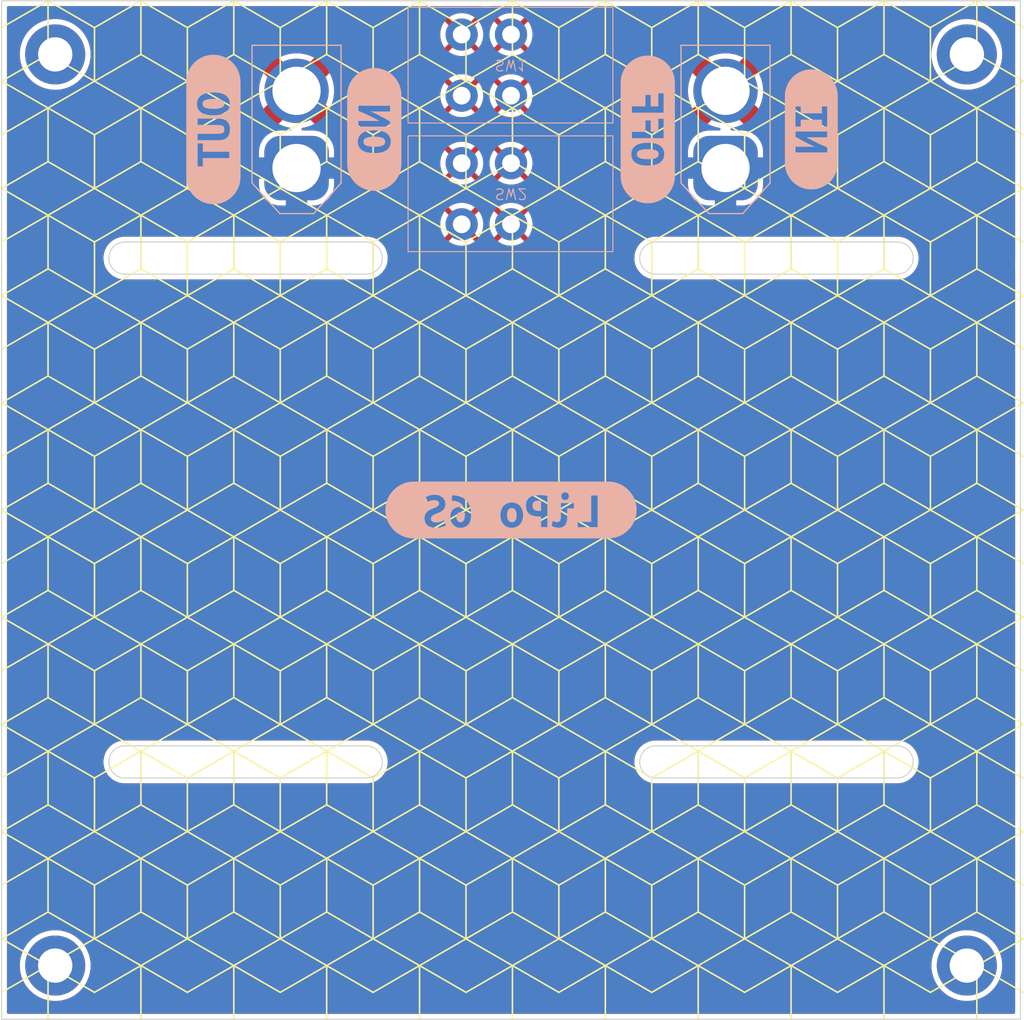
<source format=kicad_pcb>
(kicad_pcb (version 20221018) (generator pcbnew)
  (layers (0 "F.Cu" signal) (31 "B.Cu" signal) (34 "B.Paste" user) (35 "F.Paste" user) (36 "B.SilkS" user "B.Silkscreen") (37 "F.SilkS" user "F.Silkscreen") (38 "B.Mask" user) (39 "F.Mask" user) (44 "Edge.Cuts" user))
  (net 0 "")
  (net 1 "GND")
  (net 2 "/PWR_IN")
  (net 3 "/PWR_OUT")
  (footprint "MountingHole:MountingHole_3.2mm_M3_DIN965_Pad" (layer "F.Cu") (at 110 25)
    (fp_text reference "H2" hide)
    (fp_text value "MountingHole")
    (pad "1" thru_hole circle (at 0 0) (size 5.6 5.6) (drill 3.2) (layers "*.Cu" "*.Mask"))
  )
  (footprint "MountingHole:MountingHole_3.2mm_M3_DIN965_Pad" (layer "F.Cu") (at 25 25)
    (fp_text reference "H1" hide)
    (fp_text value "MountingHole")
    (pad "1" thru_hole circle (at 0 0) (size 5.6 5.6) (drill 3.2) (layers "*.Cu" "*.Mask"))
  )
  (footprint "MountingHole:MountingHole_3.2mm_M3_DIN965_Pad" (layer "F.Cu") (at 25 110)
    (fp_text reference "H3" hide)
    (fp_text value "MountingHole")
    (pad "1" thru_hole circle (at 0 0) (size 5.6 5.6) (drill 3.2) (layers "*.Cu" "*.Mask"))
  )
  (footprint "MountingHole:MountingHole_3.2mm_M3_DIN965_Pad" (layer "F.Cu") (at 110 110)
    (fp_text reference "H4" hide)
    (fp_text value "MountingHole")
    (pad "1" thru_hole circle (at 0 0) (size 5.6 5.6) (drill 3.2) (layers "*.Cu" "*.Mask"))
  )
  (footprint "kibuzzard-656351D2" (layer "B.Cu") (at 80.25 32 90)
    (fp_text reference "kibuzzard-656351D2" hide)
    (fp_text value "G***" hide)
  )
  (footprint "Connector_AMASS:AMASS_XT60-F_1x02_P7.20mm_Vertical" (layer "B.Cu") (at 47.5 35.6 90)
    (fp_text reference "J2" hide)
    (fp_text value "Conn_01x02")
    (pad "1" thru_hole roundrect (at 0 0 90) (size 6 6) (drill 4.5) (layers "*.Cu" "*.Mask") (net 1 "GND") (thermal_bridge_width 2))
    (pad "2" thru_hole circle (at 7.2 0 90) (size 6 6) (drill 4.5) (layers "*.Cu" "*.Mask") (net 3 "/PWR_OUT") (thermal_bridge_width 2))
  )
  (footprint "kibuzzard-656351E7" (layer "B.Cu") (at 54.75 32 90)
    (fp_text reference "kibuzzard-656351E7" hide)
    (fp_text value "G***" hide)
  )
  (footprint "kibuzzard-65635119" (layer "B.Cu") (at 67.5 67.5 180)
    (fp_text reference "kibuzzard-65635119" hide)
    (fp_text value "G***" hide)
  )
  (footprint "kibuzzard-65634FCA" (layer "B.Cu") (at 95.5 32 -90)
    (fp_text reference "kibuzzard-65634FCA" hide)
    (fp_text value "G***" hide)
  )
  (footprint "cube-batteryboard:L201011MS02Q" (layer "B.Cu") (at 67.5 26)
    (fp_text reference "SW1" (at 0 0 180 unlocked) (layer "B.SilkS") (effects (font (thickness 0.1)) (justify mirror)))
    (fp_text value "SW_DPST" hide)
    (pad "1" thru_hole circle (at -4.6 2.85) (size 3 3) (drill 1.65) (layers "*.Cu" "*.Mask") (net 3 "/PWR_OUT"))
    (pad "2" thru_hole circle (at 0 2.85) (size 3 3) (drill 1.65) (layers "*.Cu" "*.Mask") (net 2 "/PWR_IN"))
    (pad "3" thru_hole circle (at -4.6 -2.85) (size 3 3) (drill 1.65) (layers "*.Cu" "*.Mask") (net 3 "/PWR_OUT"))
    (pad "4" thru_hole circle (at 0 -2.85) (size 3 3) (drill 1.65) (layers "*.Cu" "*.Mask") (net 2 "/PWR_IN"))
  )
  (footprint "Connector_AMASS:AMASS_XT60-M_1x02_P7.20mm_Vertical" (layer "B.Cu") (at 87.5 35.6 90)
    (fp_text reference "J1" hide)
    (fp_text value "Conn_01x02")
    (pad "1" thru_hole roundrect (at 0 0 90) (size 6 6) (drill 4.5) (layers "*.Cu" "*.Mask") (net 1 "GND") (thermal_bridge_width 2))
    (pad "2" thru_hole circle (at 7.2 0 90) (size 6 6) (drill 4.5) (layers "*.Cu" "*.Mask") (net 2 "/PWR_IN") (thermal_bridge_width 2))
  )
  (footprint "cube-batteryboard:L201011MS02Q" (layer "B.Cu") (at 67.5 38)
    (fp_text reference "SW2" (at 0 0 180 unlocked) (layer "B.SilkS") (effects (font (thickness 0.1)) (justify mirror)))
    (fp_text value "SW_DPST" hide)
    (pad "1" thru_hole circle (at -4.6 2.85) (size 3 3) (drill 1.65) (layers "*.Cu" "*.Mask") (net 3 "/PWR_OUT"))
    (pad "2" thru_hole circle (at 0 2.85) (size 3 3) (drill 1.65) (layers "*.Cu" "*.Mask") (net 2 "/PWR_IN"))
    (pad "3" thru_hole circle (at -4.6 -2.85) (size 3 3) (drill 1.65) (layers "*.Cu" "*.Mask") (net 3 "/PWR_OUT"))
    (pad "4" thru_hole circle (at 0 -2.85) (size 3 3) (drill 1.65) (layers "*.Cu" "*.Mask") (net 2 "/PWR_IN"))
  )
  (footprint "kibuzzard-656351C1" (layer "B.Cu") (at 39.75 32 -90)
    (fp_text reference "kibuzzard-656351C1" hide)
    (fp_text value "G***" hide)
  )
  (gr_line (start 115.262794 52.5) (end 110.932667 50) (stroke (width 0.15)) (layer "F.SilkS"))
  (gr_line (start 32.990381 65) (end 37.320508 67.5) (stroke (width 0.15)) (layer "F.SilkS"))
  (gr_line (start 32.990381 110) (end 28.660254 112.5) (stroke (width 0.15)) (layer "F.SilkS"))
  (gr_line (start 24.330127 60) (end 28.660254 57.5) (stroke (width 0.15)) (layer "F.SilkS"))
  (gr_line (start 37.320508 102.5) (end 37.320508 107.5) (stroke (width 0.15)) (layer "F.SilkS"))
  (gr_line (start 50.310889 105) (end 54.641016 107.5) (stroke (width 0.15)) (layer "F.SilkS"))
  (gr_line (start 32.990381 35) (end 37.320508 37.5) (stroke (width 0.15)) (layer "F.SilkS"))
  (gr_line (start 110.932667 105) (end 106.60254 107.5) (stroke (width 0.15)) (layer "F.SilkS"))
  (gr_line (start 54.641016 87.5) (end 58.971143 90) (stroke (width 0.15)) (layer "F.SilkS"))
  (gr_line (start 76.291651 85) (end 71.961524 87.5) (stroke (width 0.15)) (layer "F.SilkS"))
  (gr_line (start 89.282032 102.5) (end 89.282032 107.5) (stroke (width 0.15)) (layer "F.SilkS"))
  (gr_line (start 24.330127 105) (end 20 107.5) (stroke (width 0.15)) (layer "F.SilkS"))
  (gr_line (start 102.272413 105) (end 106.60254 107.5) (stroke (width 0.15)) (layer "F.SilkS"))
  (gr_line (start 80.621778 52.5) (end 80.621778 57.5) (stroke (width 0.15)) (layer "F.SilkS"))
  (gr_line (start 76.291651 55) (end 71.961524 57.5) (stroke (width 0.15)) (layer "F.SilkS"))
  (gr_line (start 20 77.5) (end 24.330127 80) (stroke (width 0.15)) (layer "F.SilkS"))
  (gr_line (start 54.641016 82.5) (end 50.310889 80) (stroke (width 0.15)) (layer "F.SilkS"))
  (gr_line (start 71.961524 82.5) (end 71.961524 87.5) (stroke (width 0.15)) (layer "F.SilkS"))
  (gr_line (start 76.291651 100) (end 80.621778 97.5) (stroke (width 0.15)) (layer "F.SilkS"))
  (gr_line (start 71.961524 27.5) (end 76.291651 30) (stroke (width 0.15)) (layer "F.SilkS"))
  (gr_line (start 93.612159 40) (end 89.282032 42.5) (stroke (width 0.15)) (layer "F.SilkS"))
  (gr_line (start 76.291651 55) (end 80.621778 57.5) (stroke (width 0.15)) (layer "F.SilkS"))
  (gr_line (start 32.990381 90) (end 28.660254 92.5) (stroke (width 0.15)) (layer "F.SilkS"))
  (gr_line (start 45.980762 82.5) (end 45.980762 87.5) (stroke (width 0.15)) (layer "F.SilkS"))
  (gr_line (start 102.272413 90) (end 102.272413 95) (stroke (width 0.15)) (layer "F.SilkS"))
  (gr_line (start 115.262794 112.5) (end 110.932667 110) (stroke (width 0.15)) (layer "F.SilkS"))
  (gr_line (start 106.60254 102.5) (end 102.272413 100) (stroke (width 0.15)) (layer "F.SilkS"))
  (gr_line (start 80.621778 42.5) (end 76.291651 40) (stroke (width 0.15)) (layer "F.SilkS"))
  (gr_line (start 110.932667 85) (end 106.60254 87.5) (stroke (width 0.15)) (layer "F.SilkS"))
  (gr_line (start 93.612159 35) (end 97.942286 37.5) (stroke (width 0.15)) (layer "F.SilkS"))
  (gr_line (start 89.282032 87.5) (end 93.612159 90) (stroke (width 0.15)) (layer "F.SilkS"))
  (gr_line (start 71.961524 52.5) (end 67.631397 50) (stroke (width 0.15)) (layer "F.SilkS"))
  (gr_line (start 37.320508 27.5) (end 41.650635 30) (stroke (width 0.15)) (layer "F.SilkS"))
  (gr_line (start 45.980762 32.5) (end 41.650635 30) (stroke (width 0.15)) (layer "F.SilkS"))
  (gr_line (start 76.291651 45) (end 71.961524 47.5) (stroke (width 0.15)) (layer "F.SilkS"))
  (gr_line (start 71.961524 102.5) (end 71.961524 107.5) (stroke (width 0.15)) (layer "F.SilkS"))
  (gr_line (start 67.631397 40) (end 71.961524 37.5) (stroke (width 0.15)) (layer "F.SilkS"))
  (gr_line (start 32.990381 95) (end 37.320508 97.5) (stroke (width 0.15)) (layer "F.SilkS"))
  (gr_line (start 93.612159 65) (end 97.942286 67.5) (stroke (width 0.15)) (layer "F.SilkS"))
  (gr_line (start 80.621778 62.5) (end 80.621778 67.5) (stroke (width 0.15)) (layer "F.SilkS"))
  (gr_line (start 76.291651 60) (end 71.961524 62.5) (stroke (width 0.15)) (layer "F.SilkS"))
  (gr_line (start 50.310889 75) (end 54.641016 77.5) (stroke (width 0.15)) (layer "F.SilkS"))
  (gr_line (start 102.272413 105) (end 97.942286 107.5) (stroke (width 0.15)) (layer "F.SilkS"))
  (gr_line (start 41.650635 40) (end 45.980762 37.5) (stroke (width 0.15)) (layer "F.SilkS"))
  (gr_line (start 41.650635 35) (end 45.980762 37.5) (stroke (width 0.15)) (layer "F.SilkS"))
  (gr_line (start 45.980762 72.5) (end 41.650635 70) (stroke (width 0.15)) (layer "F.SilkS"))
  (gr_line (start 89.282032 27.5) (end 93.612159 30) (stroke (width 0.15)) (layer "F.SilkS"))
  (gr_line (start 28.660254 32.5) (end 28.660254 37.5) (stroke (width 0.15)) (layer "F.SilkS"))
  (gr_line (start 45.980762 102.5) (end 41.650635 100) (stroke (width 0.15)) (layer "F.SilkS"))
  (gr_line (start 84.951905 100) (end 80.621778 102.5) (stroke (width 0.15)) (layer "F.SilkS"))
  (gr_line (start 63.30127 27.5) (end 67.631397 30) (stroke (width 0.15)) (layer "F.SilkS"))
  (gr_line (start 67.631397 105) (end 63.30127 107.5) (stroke (width 0.15)) (layer "F.SilkS"))
  (gr_line (start 93.612159 100) (end 89.282032 102.5) (stroke (width 0.15)) (layer "F.SilkS"))
  (gr_line (start 41.650635 25) (end 45.980762 27.5) (stroke (width 0.15)) (layer "F.SilkS"))
  (gr_line (start 76.291651 40) (end 76.291651 45) (stroke (width 0.15)) (layer "F.SilkS"))
  (gr_line (start 93.612159 110) (end 89.282032 112.5) (stroke (width 0.15)) (layer "F.SilkS"))
  (gr_line (start 41.650635 90) (end 45.980762 87.5) (stroke (width 0.15)) (layer "F.SilkS"))
  (gr_line (start 76.291651 30) (end 80.621778 27.5) (stroke (width 0.15)) (layer "F.SilkS"))
  (gr_line (start 28.660254 42.5) (end 24.330127 40) (stroke (width 0.15)) (layer "F.SilkS"))
  (gr_line (start 41.650635 30) (end 37.320508 32.5) (stroke (width 0.15)) (layer "F.SilkS"))
  (gr_line (start 93.612159 20) (end 89.282032 22.5) (stroke (width 0.15)) (layer "F.SilkS"))
  (gr_line (start 32.990381 110) (end 37.320508 107.5) (stroke (width 0.15)) (layer "F.SilkS"))
  (gr_line (start 80.621778 57.5) (end 84.951905 60) (stroke (width 0.15)) (layer "F.SilkS"))
  (gr_line (start 37.320508 57.5) (end 41.650635 60) (stroke (width 0.15)) (layer "F.SilkS"))
  (gr_line (start 58.971143 105) (end 63.30127 107.5) (stroke (width 0.15)) (layer "F.SilkS"))
  (gr_line (start 50.310889 100) (end 54.641016 97.5) (stroke (width 0.15)) (layer "F.SilkS"))
  (gr_line (start 54.641016 67.5) (end 58.971143 70) (stroke (width 0.15)) (layer "F.SilkS"))
  (gr_line (start 50.310889 60) (end 50.310889 65) (stroke (width 0.15)) (layer "F.SilkS"))
  (gr_line (start 76.291651 60) (end 80.621778 57.5) (stroke (width 0.15)) (layer "F.SilkS"))
  (gr_line (start 110.932667 35) (end 115.262794 37.5) (stroke (width 0.15)) (layer "F.SilkS"))
  (gr_line (start 50.310889 30) (end 45.980762 32.5) (stroke (width 0.15)) (layer "F.SilkS"))
  (gr_line (start 41.650635 40) (end 41.650635 45) (stroke (width 0.15)) (layer "F.SilkS"))
  (gr_line (start 102.272413 80) (end 102.272413 85) (stroke (width 0.15)) (layer "F.SilkS"))
  (gr_line (start 50.310889 90) (end 50.310889 95) (stroke (width 0.15)) (layer "F.SilkS"))
  (gr_line (start 32.990381 80) (end 37.320508 77.5) (stroke (width 0.15)) (layer "F.SilkS"))
  (gr_line (start 45.980762 22.5) (end 41.650635 20) (stroke (width 0.15)) (layer "F.SilkS"))
  (gr_line (start 84.951905 40) (end 89.282032 37.5) (stroke (width 0.15)) (layer "F.SilkS"))
  (gr_line (start 20 47.5) (end 24.330127 50) (stroke (width 0.15)) (layer "F.SilkS"))
  (gr_line (start 50.310889 55) (end 54.641016 57.5) (stroke (width 0.15)) (layer "F.SilkS"))
  (gr_line (start 89.282032 22.5) (end 89.282032 27.5) (stroke (width 0.15)) (layer "F.SilkS"))
  (gr_line (start 28.660254 92.5) (end 28.660254 97.5) (stroke (width 0.15)) (layer "F.SilkS"))
  (gr_line (start 93.612159 70) (end 97.942286 67.5) (stroke (width 0.15)) (layer "F.SilkS"))
  (gr_line (start 58.971143 30) (end 54.641016 32.5) (stroke (width 0.15)) (layer "F.SilkS"))
  (gr_line (start 24.330127 110) (end 24.330127 115) (stroke (width 0.15)) (layer "F.SilkS"))
  (gr_line (start 110.932667 25) (end 106.60254 27.5) (stroke (width 0.15)) (layer "F.SilkS"))
  (gr_line (start 24.330127 85) (end 28.660254 87.5) (stroke (width 0.15)) (layer "F.SilkS"))
  (gr_line (start 76.291651 40) (end 71.961524 42.5) (stroke (width 0.15)) (layer "F.SilkS"))
  (gr_line (start 28.660254 92.5) (end 24.330127 90) (stroke (width 0.15)) (layer "F.SilkS"))
  (gr_line (start 71.961524 32.5) (end 67.631397 30) (stroke (width 0.15)) (layer "F.SilkS"))
  (gr_line (start 76.291651 80) (end 71.961524 82.5) (stroke (width 0.15)) (layer "F.SilkS"))
  (gr_line (start 106.60254 22.5) (end 102.272413 20) (stroke (width 0.15)) (layer "F.SilkS"))
  (gr_line (start 80.621778 37.5) (end 84.951905 40) (stroke (width 0.15)) (layer "F.SilkS"))
  (gr_line (start 50.310889 50) (end 54.641016 47.5) (stroke (width 0.15)) (layer "F.SilkS"))
  (gr_line (start 93.612159 30) (end 93.612159 35) (stroke (width 0.15)) (layer "F.SilkS"))
  (gr_line (start 54.641016 52.5) (end 54.641016 57.5) (stroke (width 0.15)) (layer "F.SilkS"))
  (gr_line (start 67.631397 60) (end 63.30127 62.5) (stroke (width 0.15)) (layer "F.SilkS"))
  (gr_line (start 24.330127 100) (end 24.330127 105) (stroke (width 0.15)) (layer "F.SilkS"))
  (gr_line (start 80.621778 92.5) (end 80.621778 97.5) (stroke (width 0.15)) (layer "F.SilkS"))
  (gr_line (start 20 97.5) (end 24.330127 100) (stroke (width 0.15)) (layer "F.SilkS"))
  (gr_line (start 106.60254 22.5) (end 106.60254 27.5) (stroke (width 0.15)) (layer "F.SilkS"))
  (gr_line (start 32.990381 50) (end 32.990381 55) (stroke (width 0.15)) (layer "F.SilkS"))
  (gr_line (start 67.631397 55) (end 63.30127 57.5) (stroke (width 0.15)) (layer "F.SilkS"))
  (gr_line (start 97.942286 112.5) (end 93.612159 110) (stroke (width 0.15)) (layer "F.SilkS"))
  (gr_line (start 80.621778 102.5) (end 80.621778 107.5) (stroke (width 0.15)) (layer "F.SilkS"))
  (gr_line (start 24.330127 110) (end 20 112.5) (stroke (width 0.15)) (layer "F.SilkS"))
  (gr_line (start 54.641016 37.5) (end 58.971143 40) (stroke (width 0.15)) (layer "F.SilkS"))
  (gr_line (start 106.60254 107.5) (end 110.932667 110) (stroke (width 0.15)) (layer "F.SilkS"))
  (gr_line (start 102.272413 70) (end 106.60254 67.5) (stroke (width 0.15)) (layer "F.SilkS"))
  (gr_line (start 84.951905 60) (end 80.621778 62.5) (stroke (width 0.15)) (layer "F.SilkS"))
  (gr_line (start 28.660254 52.5) (end 24.330127 50) (stroke (width 0.15)) (layer "F.SilkS"))
  (gr_line (start 93.612159 35) (end 89.282032 37.5) (stroke (width 0.15)) (layer "F.SilkS"))
  (gr_line (start 50.310889 110) (end 54.641016 107.5) (stroke (width 0.15)) (layer "F.SilkS"))
  (gr_line (start 76.291651 35) (end 80.621778 37.5) (stroke (width 0.15)) (layer "F.SilkS"))
  (gr_line (start 89.282032 57.5) (end 93.612159 60) (stroke (width 0.15)) (layer "F.SilkS"))
  (gr_line (start 71.961524 97.5) (end 76.291651 100) (stroke (width 0.15)) (layer "F.SilkS"))
  (gr_line (start 97.942286 52.5) (end 97.942286 57.5) (stroke (width 0.15)) (layer "F.SilkS"))
  (gr_line (start 115.262794 82.5) (end 110.932667 80) (stroke (width 0.15)) (layer "F.SilkS"))
  (gr_line (start 71.961524 77.5) (end 76.291651 80) (stroke (width 0.15)) (layer "F.SilkS"))
  (gr_line (start 50.310889 20) (end 45.980762 22.5) (stroke (width 0.15)) (layer "F.SilkS"))
  (gr_line (start 115.262794 92.5) (end 110.932667 90) (stroke (width 0.15)) (layer "F.SilkS"))
  (gr_line (start 93.612159 90) (end 97.942286 87.5) (stroke (width 0.15)) (layer "F.SilkS"))
  (gr_line (start 80.621778 82.5) (end 80.621778 87.5) (stroke (width 0.15)) (layer "F.SilkS"))
  (gr_line (start 102.272413 30) (end 106.60254 27.5) (stroke (width 0.15)) (layer "F.SilkS"))
  (gr_line (start 45.980762 47.5) (end 50.310889 50) (stroke (width 0.15)) (layer "F.SilkS"))
  (gr_line (start 32.990381 80) (end 28.660254 82.5) (stroke (width 0.15)) (layer "F.SilkS"))
  (gr_line (start 84.951905 110) (end 80.621778 112.5) (stroke (width 0.15)) (layer "F.SilkS"))
  (gr_line (start 97.942286 42.5) (end 97.942286 47.5) (stroke (width 0.15)) (layer "F.SilkS"))
  (gr_line (start 37.320508 107.5) (end 41.650635 110) (stroke (width 0.15)) (layer "F.SilkS"))
  (gr_line (start 76.291651 25) (end 80.621778 27.5) (stroke (width 0.15)) (layer "F.SilkS"))
  (gr_line (start 54.641016 82.5) (end 54.641016 87.5) (stroke (width 0.15)) (layer "F.SilkS"))
  (gr_line (start 32.990381 60) (end 32.990381 65) (stroke (width 0.15)) (layer "F.SilkS"))
  (gr_line (start 110.932667 50) (end 115.262794 47.5) (stroke (width 0.15)) (layer "F.SilkS"))
  (gr_line (start 106.60254 112.5) (end 102.272413 110) (stroke (width 0.15)) (layer "F.SilkS"))
  (gr_line (start 84.951905 95) (end 80.621778 97.5) (stroke (width 0.15)) (layer "F.SilkS"))
  (gr_line (start 58.971143 50) (end 58.971143 55) (stroke (width 0.15)) (layer "F.SilkS"))
  (gr_line (start 106.60254 92.5) (end 102.272413 90) (stroke (width 0.15)) (layer "F.SilkS"))
  (gr_line (start 67.631397 35) (end 71.961524 37.5) (stroke (width 0.15)) (layer "F.SilkS"))
  (gr_line (start 28.660254 22.5) (end 24.330127 20) (stroke (width 0.15)) (layer "F.SilkS"))
  (gr_line (start 28.660254 42.5) (end 28.660254 47.5) (stroke (width 0.15)) (layer "F.SilkS"))
  (gr_line (start 93.612159 45) (end 97.942286 47.5) (stroke (width 0.15)) (layer "F.SilkS"))
  (gr_line (start 110.932667 55) (end 106.60254 57.5) (stroke (width 0.15)) (layer "F.SilkS"))
  (gr_line (start 41.650635 95) (end 45.980762 97.5) (stroke (width 0.15)) (layer "F.SilkS"))
  (gr_line (start 67.631397 45) (end 63.30127 47.5) (stroke (width 0.15)) (layer "F.SilkS"))
  (gr_line (start 32.990381 75) (end 28.660254 77.5) (stroke (width 0.15)) (layer "F.SilkS"))
  (gr_line (start 41.650635 85) (end 45.980762 87.5) (stroke (width 0.15)) (layer "F.SilkS"))
  (gr_line (start 20 37.5) (end 24.330127 40) (stroke (width 0.15)) (layer "F.SilkS"))
  (gr_line (start 37.320508 62.5) (end 32.990381 60) (stroke (width 0.15)) (layer "F.SilkS"))
  (gr_line (start 102.272413 60) (end 102.272413 65) (stroke (width 0.15)) (layer "F.SilkS"))
  (gr_line (start 115.262794 22.5) (end 110.932667 20) (stroke (width 0.15)) (layer "F.SilkS"))
  (gr_line (start 37.320508 42.5) (end 32.990381 40) (stroke (width 0.15)) (layer "F.SilkS"))
  (gr_line (start 84.951905 90) (end 80.621778 92.5) (stroke (width 0.15)) (layer "F.SilkS"))
  (gr_line (start 93.612159 70) (end 89.282032 72.5) (stroke (width 0.15)) (layer "F.SilkS"))
  (gr_line (start 63.30127 37.5) (end 67.631397 40) (stroke (width 0.15)) (layer "F.SilkS"))
  (gr_line (start 32.990381 40) (end 28.660254 42.5) (stroke (width 0.15)) (layer "F.SilkS"))
  (gr_line (start 41.650635 45) (end 45.980762 47.5) (stroke (width 0.15)) (layer "F.SilkS"))
  (gr_line (start 71.961524 32.5) (end 71.961524 37.5) (stroke (width 0.15)) (layer "F.SilkS"))
  (gr_line (start 102.272413 25) (end 106.60254 27.5) (stroke (width 0.15)) (layer "F.SilkS"))
  (gr_line (start 67.631397 20) (end 63.30127 22.5) (stroke (width 0.15)) (layer "F.SilkS"))
  (gr_line (start 58.971143 40) (end 63.30127 37.5) (stroke (width 0.15)) (layer "F.SilkS"))
  (gr_line (start 84.951905 45) (end 80.621778 47.5) (stroke (width 0.15)) (layer "F.SilkS"))
  (gr_line (start 93.612159 60) (end 89.282032 62.5) (stroke (width 0.15)) (layer "F.SilkS"))
  (gr_line (start 58.971143 30) (end 63.30127 27.5) (stroke (width 0.15)) (layer "F.SilkS"))
  (gr_line (start 93.612159 40) (end 97.942286 37.5) (stroke (width 0.15)) (layer "F.SilkS"))
  (gr_line (start 50.310889 40) (end 50.310889 45) (stroke (width 0.15)) (layer "F.SilkS"))
  (gr_line (start 28.660254 62.5) (end 28.660254 67.5) (stroke (width 0.15)) (layer "F.SilkS"))
  (gr_line (start 32.990381 105) (end 37.320508 107.5) (stroke (width 0.15)) (layer "F.SilkS"))
  (gr_line (start 58.971143 70) (end 58.971143 75) (stroke (width 0.15)) (layer "F.SilkS"))
  (gr_line (start 28.660254 67.5) (end 32.990381 70) (stroke (width 0.15)) (layer "F.SilkS"))
  (gr_line (start 110.932667 80) (end 115.262794 77.5) (stroke (width 0.15)) (layer "F.SilkS"))
  (gr_line (start 89.282032 77.5) (end 93.612159 80) (stroke (width 0.15)) (layer "F.SilkS"))
  (gr_line (start 37.320508 102.5) (end 32.990381 100) (stroke (width 0.15)) (layer "F.SilkS"))
  (gr_line (start 102.272413 65) (end 106.60254 67.5) (stroke (width 0.15)) (layer "F.SilkS"))
  (gr_line (start 41.650635 90) (end 37.320508 92.5) (stroke (width 0.15)) (layer "F.SilkS"))
  (gr_line (start 76.291651 70) (end 80.621778 67.5) (stroke (width 0.15)) (layer "F.SilkS"))
  (gr_line (start 63.30127 82.5) (end 63.30127 87.5) (stroke (width 0.15)) (layer "F.SilkS"))
  (gr_line (start 93.612159 95) (end 89.282032 97.5) (stroke (width 0.15)) (layer "F.SilkS"))
  (gr_line (start 84.951905 25) (end 89.282032 27.5) (stroke (width 0.15)) (layer "F.SilkS"))
  (gr_line (start 41.650635 80) (end 37.320508 82.5) (stroke (width 0.15)) (layer "F.SilkS"))
  (gr_line (start 84.951905 50) (end 89.282032 47.5) (stroke (width 0.15)) (layer "F.SilkS"))
  (gr_line (start 67.631397 25) (end 71.961524 27.5) (stroke (width 0.15)) (layer "F.SilkS"))
  (gr_line (start 67.631397 70) (end 71.961524 67.5) (stroke (width 0.15)) (layer "F.SilkS"))
  (gr_line (start 102.272413 95) (end 106.60254 97.5) (stroke (width 0.15)) (layer "F.SilkS"))
  (gr_line (start 32.990381 90) (end 37.320508 87.5) (stroke (width 0.15)) (layer "F.SilkS"))
  (gr_line (start 50.310889 75) (end 45.980762 77.5) (stroke (width 0.15)) (layer "F.SilkS"))
  (gr_line (start 32.990381 90) (end 32.990381 95) (stroke (width 0.15)) (layer "F.SilkS"))
  (gr_line (start 67.631397 20) (end 67.631397 25) (stroke (width 0.15)) (layer "F.SilkS"))
  (gr_line (start 102.272413 45) (end 106.60254 47.5) (stroke (width 0.15)) (layer "F.SilkS"))
  (gr_line (start 63.30127 67.5) (end 67.631397 70) (stroke (width 0.15)) (layer "F.SilkS"))
  (gr_line (start 93.612159 50) (end 97.942286 47.5) (stroke (width 0.15)) (layer "F.SilkS"))
  (gr_line (start 80.621778 27.5) (end 84.951905 30) (stroke (width 0.15)) (layer "F.SilkS"))
  (gr_line (start 84.951905 80) (end 84.951905 85) (stroke (width 0.15)) (layer "F.SilkS"))
  (gr_line (start 71.961524 42.5) (end 67.631397 40) (stroke (width 0.15)) (layer "F.SilkS"))
  (gr_line (start 32.990381 75) (end 37.320508 77.5) (stroke (width 0.15)) (layer "F.SilkS"))
  (gr_line (start 71.961524 107.5) (end 76.291651 110) (stroke (width 0.15)) (layer "F.SilkS"))
  (gr_line (start 45.980762 52.5) (end 41.650635 50) (stroke (width 0.15)) (layer "F.SilkS"))
  (gr_line (start 50.310889 50) (end 45.980762 52.5) (stroke (width 0.15)) (layer "F.SilkS"))
  (gr_line (start 80.621778 77.5) (end 84.951905 80) (stroke (width 0.15)) (layer "F.SilkS"))
  (gr_line (start 97.942286 87.5) (end 102.272413 90) (stroke (width 0.15)) (layer "F.SilkS"))
  (gr_line (start 84.951905 100) (end 84.951905 105) (stroke (width 0.15)) (layer "F.SilkS"))
  (gr_line (start 102.272413 70) (end 102.272413 75) (stroke (width 0.15)) (layer "F.SilkS"))
  (gr_line (start 54.641016 92.5) (end 54.641016 97.5) (stroke (width 0.15)) (layer "F.SilkS"))
  (gr_line (start 54.641016 102.5) (end 50.310889 100) (stroke (width 0.15)) (layer "F.SilkS"))
  (gr_line (start 76.291651 65) (end 71.961524 67.5) (stroke (width 0.15)) (layer "F.SilkS"))
  (gr_line (start 58.971143 75) (end 63.30127 77.5) (stroke (width 0.15)) (layer "F.SilkS"))
  (gr_line (start 102.272413 50) (end 106.60254 47.5) (stroke (width 0.15)) (layer "F.SilkS"))
  (gr_line (start 24.330127 85) (end 20 87.5) (stroke (width 0.15)) (layer "F.SilkS"))
  (gr_line (start 32.990381 25) (end 28.660254 27.5) (stroke (width 0.15)) (layer "F.SilkS"))
  (gr_line (start 110.932667 95) (end 106.60254 97.5) (stroke (width 0.15)) (layer "F.SilkS"))
  (gr_line (start 89.282032 52.5) (end 84.951905 50) (stroke (width 0.15)) (layer "F.SilkS"))
  (gr_line (start 80.621778 107.5) (end 84.951905 110) (stroke (width 0.15)) (layer "F.SilkS"))
  (gr_line (start 102.272413 60) (end 97.942286 62.5) (stroke (width 0.15)) (layer "F.SilkS"))
  (gr_line (start 50.310889 55) (end 45.980762 57.5) (stroke (width 0.15)) (layer "F.SilkS"))
  (gr_line (start 76.291651 110) (end 80.621778 107.5) (stroke (width 0.15)) (layer "F.SilkS"))
  (gr_line (start 41.650635 55) (end 37.320508 57.5) (stroke (width 0.15)) (layer "F.SilkS"))
  (gr_line (start 45.980762 62.5) (end 41.650635 60) (stroke (width 0.15)) (layer "F.SilkS"))
  (gr_line (start 110.932667 35) (end 106.60254 37.5) (stroke (width 0.15)) (layer "F.SilkS"))
  (gr_line (start 58.971143 80) (end 54.641016 82.5) (stroke (width 0.15)) (layer "F.SilkS"))
  (gr_line (start 102.272413 40) (end 97.942286 42.5) (stroke (width 0.15)) (layer "F.SilkS"))
  (gr_line (start 97.942286 67.5) (end 102.272413 70) (stroke (width 0.15)) (layer "F.SilkS"))
  (gr_line (start 84.951905 70) (end 89.282032 67.5) (stroke (width 0.15)) (layer "F.SilkS"))
  (gr_line (start 67.631397 40) (end 67.631397 45) (stroke (width 0.15)) (layer "F.SilkS"))
  (gr_line (start 54.641016 92.5) (end 50.310889 90) (stroke (width 0.15)) (layer "F.SilkS"))
  (gr_line (start 84.951905 75) (end 80.621778 77.5) (stroke (width 0.15)) (layer "F.SilkS"))
  (gr_line (start 102.272413 75) (end 97.942286 77.5) (stroke (width 0.15)) (layer "F.SilkS"))
  (gr_line (start 58.971143 35) (end 63.30127 37.5) (stroke (width 0.15)) (layer "F.SilkS"))
  (gr_line (start 50.310889 65) (end 45.980762 67.5) (stroke (width 0.15)) (layer "F.SilkS"))
  (gr_line (start 110.932667 110) (end 115.262794 107.5) (stroke (width 0.15)) (layer "F.SilkS"))
  (gr_line (start 76.291651 45) (end 80.621778 47.5) (stroke (width 0.15)) (layer "F.SilkS"))
  (gr_line (start 106.60254 87.5) (end 110.932667 90) (stroke (width 0.15)) (layer "F.SilkS"))
  (gr_line (start 67.631397 30) (end 67.631397 35) (stroke (width 0.15)) (layer "F.SilkS"))
  (gr_line (start 93.612159 110) (end 97.942286 107.5) (stroke (width 0.15)) (layer "F.SilkS"))
  (gr_line (start 97.942286 32.5) (end 93.612159 30) (stroke (width 0.15)) (layer "F.SilkS"))
  (gr_line (start 84.951905 60) (end 84.951905 65) (stroke (width 0.15)) (layer "F.SilkS"))
  (gr_line (start 24.330127 25) (end 20 27.5) (stroke (width 0.15)) (layer "F.SilkS"))
  (gr_line (start 102.272413 45) (end 97.942286 47.5) (stroke (width 0.15)) (layer "F.SilkS"))
  (gr_line (start 102.272413 35) (end 106.60254 37.5) (stroke (width 0.15)) (layer "F.SilkS"))
  (gr_line (start 32.990381 45) (end 28.660254 47.5) (stroke (width 0.15)) (layer "F.SilkS"))
  (gr_line (start 32.990381 60) (end 28.660254 62.5) (stroke (width 0.15)) (layer "F.SilkS"))
  (gr_line (start 58.971143 95) (end 54.641016 97.5) (stroke (width 0.15)) (layer "F.SilkS"))
  (gr_line (start 93.612159 60) (end 93.612159 65) (stroke (width 0.15)) (layer "F.SilkS"))
  (gr_line (start 106.60254 97.5) (end 110.932667 100) (stroke (width 0.15)) (layer "F.SilkS"))
  (gr_line (start 110.932667 75) (end 115.262794 77.5) (stroke (width 0.15)) (layer "F.SilkS"))
  (gr_line (start 54.641016 57.5) (end 58.971143 60) (stroke (width 0.15)) (layer "F.SilkS"))
  (gr_line (start 50.310889 95) (end 54.641016 97.5) (stroke (width 0.15)) (layer "F.SilkS"))
  (gr_line (start 76.291651 20) (end 71.961524 22.5) (stroke (width 0.15)) (layer "F.SilkS"))
  (gr_line (start 58.971143 30) (end 58.971143 35) (stroke (width 0.15)) (layer "F.SilkS"))
  (gr_line (start 89.282032 92.5) (end 84.951905 90) (stroke (width 0.15)) (layer "F.SilkS"))
  (gr_line (start 45.980762 102.5) (end 45.980762 107.5) (stroke (width 0.15)) (layer "F.SilkS"))
  (gr_line (start 24.330127 40) (end 20 42.5) (stroke (width 0.15)) (layer "F.SilkS"))
  (gr_line (start 102.272413 40) (end 106.60254 37.5) (stroke (width 0.15)) (layer "F.SilkS"))
  (gr_line (start 63.30127 102.5) (end 58.971143 100) (stroke (width 0.15)) (layer "F.SilkS"))
  (gr_line (start 89.282032 107.5) (end 93.612159 110) (stroke (width 0.15)) (layer "F.SilkS"))
  (gr_line (start 71.961524 67.5) (end 76.291651 70) (stroke (width 0.15)) (layer "F.SilkS"))
  (gr_line (start 24.330127 55) (end 20 57.5) (stroke (width 0.15)) (layer "F.SilkS"))
  (gr_line (start 71.961524 42.5) (end 71.961524 47.5) (stroke (width 0.15)) (layer "F.SilkS"))
  (gr_line (start 71.961524 37.5) (end 76.291651 40) (stroke (width 0.15)) (layer "F.SilkS"))
  (gr_line (start 54.641016 27.5) (end 58.971143 30) (stroke (width 0.15)) (layer "F.SilkS"))
  (gr_line (start 41.650635 80) (end 45.980762 77.5) (stroke (width 0.15)) (layer "F.SilkS"))
  (gr_line (start 67.631397 65) (end 63.30127 67.5) (stroke (width 0.15)) (layer "F.SilkS"))
  (gr_line (start 102.272413 50) (end 102.272413 55) (stroke (width 0.15)) (layer "F.SilkS"))
  (gr_line (start 71.961524 62.5) (end 67.631397 60) (stroke (width 0.15)) (layer "F.SilkS"))
  (gr_line (start 80.621778 112.5) (end 76.291651 110) (stroke (width 0.15)) (layer "F.SilkS"))
  (gr_line (start 67.631397 55) (end 71.961524 57.5) (stroke (width 0.15)) (layer "F.SilkS"))
  (gr_line (start 97.942286 102.5) (end 97.942286 107.5) (stroke (width 0.15)) (layer "F.SilkS"))
  (gr_line (start 58.971143 20) (end 58.971143 25) (stroke (width 0.15)) (layer "F.SilkS"))
  (gr_line (start 115.262794 42.5) (end 110.932667 40) (stroke (width 0.15)) (layer "F.SilkS"))
  (gr_line (start 93.612159 85) (end 97.942286 87.5) (stroke (width 0.15)) (layer "F.SilkS"))
  (gr_line (start 37.320508 77.5) (end 41.650635 80) (stroke (width 0.15)) (layer "F.SilkS"))
  (gr_line (start 89.282032 102.5) (end 84.951905 100) (stroke (width 0.15)) (layer "F.SilkS"))
  (gr_line (start 45.980762 82.5) (end 41.650635 80) (stroke (width 0.15)) (layer "F.SilkS"))
  (gr_line (start 93.612159 110) (end 93.612159 115) (stroke (width 0.15)) (layer "F.SilkS"))
  (gr_line (start 50.310889 100) (end 50.310889 105) (stroke (width 0.15)) (layer "F.SilkS"))
  (gr_line (start 54.641016 42.5) (end 50.310889 40) (stroke (width 0.15)) (layer "F.SilkS"))
  (gr_line (start 93.612159 90) (end 93.612159 95) (stroke (width 0.15)) (layer "F.SilkS"))
  (gr_line (start 106.60254 62.5) (end 106.60254 67.5) (stroke (width 0.15)) (layer "F.SilkS"))
  (gr_line (start 41.650635 50) (end 45.980762 47.5) (stroke (width 0.15)) (layer "F.SilkS"))
  (gr_line (start 93.612159 100) (end 97.942286 97.5) (stroke (width 0.15)) (layer "F.SilkS"))
  (gr_line (start 58.971143 60) (end 54.641016 62.5) (stroke (width 0.15)) (layer "F.SilkS"))
  (gr_line (start 84.951905 30) (end 89.282032 27.5) (stroke (width 0.15)) (layer "F.SilkS"))
  (gr_line (start 41.650635 25) (end 37.320508 27.5) (stroke (width 0.15)) (layer "F.SilkS"))
  (gr_line (start 28.660254 57.5) (end 32.990381 60) (stroke (width 0.15)) (layer "F.SilkS"))
  (gr_line (start 76.291651 90) (end 71.961524 92.5) (stroke (width 0.15)) (layer "F.SilkS"))
  (gr_line (start 37.320508 62.5) (end 37.320508 67.5) (stroke (width 0.15)) (layer "F.SilkS"))
  (gr_line (start 28.660254 97.5) (end 32.990381 100) (stroke (width 0.15)) (layer "F.SilkS"))
  (gr_line (start 32.990381 50) (end 37.320508 47.5) (stroke (width 0.15)) (layer "F.SilkS"))
  (gr_line (start 102.272413 30) (end 97.942286 32.5) (stroke (width 0.15)) (layer "F.SilkS"))
  (gr_line (start 71.961524 112.5) (end 67.631397 110) (stroke (width 0.15)) (layer "F.SilkS"))
  (gr_line (start 84.951905 20) (end 80.621778 22.5) (stroke (width 0.15)) (layer "F.SilkS"))
  (gr_line (start 20 57.5) (end 24.330127 60) (stroke (width 0.15)) (layer "F.SilkS"))
  (gr_line (start 63.30127 107.5) (end 67.631397 110) (stroke (width 0.15)) (layer "F.SilkS"))
  (gr_line (start 67.631397 90) (end 63.30127 92.5) (stroke (width 0.15)) (layer "F.SilkS"))
  (gr_line (start 71.961524 72.5) (end 67.631397 70) (stroke (width 0.15)) (layer "F.SilkS"))
  (gr_line (start 41.650635 55) (end 45.980762 57.5) (stroke (width 0.15)) (layer "F.SilkS"))
  (gr_line (start 97.942286 37.5) (end 102.272413 40) (stroke (width 0.15)) (layer "F.SilkS"))
  (gr_line (start 54.641016 32.5) (end 50.310889 30) (stroke (width 0.15)) (layer "F.SilkS"))
  (gr_line (start 24.330127 75) (end 28.660254 77.5) (stroke (width 0.15)) (layer "F.SilkS"))
  (gr_line (start 102.272413 40) (end 102.272413 45) (stroke (width 0.15)) (layer "F.SilkS"))
  (gr_line (start 110.932667 45) (end 106.60254 47.5) (stroke (width 0.15)) (layer "F.SilkS"))
  (gr_line (start 89.282032 47.5) (end 93.612159 50) (stroke (width 0.15)) (layer "F.SilkS"))
  (gr_line (start 45.980762 112.5) (end 41.650635 110) (stroke (width 0.15)) (layer "F.SilkS"))
  (gr_line (start 58.971143 80) (end 63.30127 77.5) (stroke (width 0.15)) (layer "F.SilkS"))
  (gr_line (start 32.990381 30) (end 37.320508 27.5) (stroke (width 0.15)) (layer "F.SilkS"))
  (gr_line (start 106.60254 67.5) (end 110.932667 70) (stroke (width 0.15)) (layer "F.SilkS"))
  (gr_line (start 37.320508 22.5) (end 37.320508 27.5) (stroke (width 0.15)) (layer "F.SilkS"))
  (gr_line (start 80.621778 32.5) (end 76.291651 30) (stroke (width 0.15)) (layer "F.SilkS"))
  (gr_line (start 32.990381 85) (end 28.660254 87.5) (stroke (width 0.15)) (layer "F.SilkS"))
  (gr_line (start 84.951905 80) (end 80.621778 82.5) (stroke (width 0.15)) (layer "F.SilkS"))
  (gr_line (start 106.60254 62.5) (end 102.272413 60) (stroke (width 0.15)) (layer "F.SilkS"))
  (gr_line (start 28.660254 87.5) (end 32.990381 90) (stroke (width 0.15)) (layer "F.SilkS"))
  (gr_line (start 110.932667 45) (end 115.262794 47.5) (stroke (width 0.15)) (layer "F.SilkS"))
  (gr_line (start 67.631397 75) (end 71.961524 77.5) (stroke (width 0.15)) (layer "F.SilkS"))
  (gr_line (start 93.612159 40) (end 93.612159 45) (stroke (width 0.15)) (layer "F.SilkS"))
  (gr_line (start 32.990381 30) (end 28.660254 32.5) (stroke (width 0.15)) (layer "F.SilkS"))
  (gr_line (start 67.631397 110) (end 67.631397 115) (stroke (width 0.15)) (layer "F.SilkS"))
  (gr_line (start 67.631397 110) (end 71.961524 107.5) (stroke (width 0.15)) (layer "F.SilkS"))
  (gr_line (start 28.660254 102.5) (end 28.660254 107.5) (stroke (width 0.15)) (layer "F.SilkS"))
  (gr_line (start 24.330127 90) (end 20 92.5) (stroke (width 0.15)) (layer "F.SilkS"))
  (gr_line (start 63.30127 72.5) (end 63.30127 77.5) (stroke (width 0.15)) (layer "F.SilkS"))
  (gr_line (start 67.631397 40) (end 63.30127 42.5) (stroke (width 0.15)) (layer "F.SilkS"))
  (gr_line (start 63.30127 82.5) (end 58.971143 80) (stroke (width 0.15)) (layer "F.SilkS"))
  (gr_line (start 71.961524 72.5) (end 71.961524 77.5) (stroke (width 0.15)) (layer "F.SilkS"))
  (gr_line (start 45.980762 92.5) (end 41.650635 90) (stroke (width 0.15)) (layer "F.SilkS"))
  (gr_line (start 41.650635 50) (end 41.650635 55) (stroke (width 0.15)) (layer "F.SilkS"))
  (gr_line (start 93.612159 80) (end 97.942286 77.5) (stroke (width 0.15)) (layer "F.SilkS"))
  (gr_line (start 76.291651 75) (end 80.621778 77.5) (stroke (width 0.15)) (layer "F.SilkS"))
  (gr_line (start 110.932667 20) (end 106.60254 22.5) (stroke (width 0.15)) (layer "F.SilkS"))
  (gr_line (start 84.951905 45) (end 89.282032 47.5) (stroke (width 0.15)) (layer "F.SilkS"))
  (gr_line (start 24.330127 100) (end 28.660254 97.5) (stroke (width 0.15)) (layer "F.SilkS"))
  (gr_line (start 24.330127 35) (end 20 37.5) (stroke (width 0.15)) (layer "F.SilkS"))
  (gr_line (start 115.262794 62.5) (end 110.932667 60) (stroke (width 0.15)) (layer "F.SilkS"))
  (gr_line (start 24.330127 70) (end 20 72.5) (stroke (width 0.15)) (layer "F.SilkS"))
  (gr_line (start 58.971143 40) (end 54.641016 42.5) (stroke (width 0.15)) (layer "F.SilkS"))
  (gr_line (start 102.272413 75) (end 106.60254 77.5) (stroke (width 0.15)) (layer "F.SilkS"))
  (gr_line (start 80.621778 32.5) (end 80.621778 37.5) (stroke (width 0.15)) (layer "F.SilkS"))
  (gr_line (start 32.990381 70) (end 37.320508 67.5) (stroke (width 0.15)) (layer "F.SilkS"))
  (gr_line (start 67.631397 95) (end 71.961524 97.5) (stroke (width 0.15)) (layer "F.SilkS"))
  (gr_line (start 41.650635 110) (end 37.320508 112.5) (stroke (width 0.15)) (layer "F.SilkS"))
  (gr_line (start 50.310889 70) (end 54.641016 67.5) (stroke (width 0.15)) (layer "F.SilkS"))
  (gr_line (start 84.951905 65) (end 80.621778 67.5) (stroke (width 0.15)) (layer "F.SilkS"))
  (gr_line (start 67.631397 30) (end 71.961524 27.5) (stroke (width 0.15)) (layer "F.SilkS"))
  (gr_line (start 45.980762 37.5) (end 50.310889 40) (stroke (width 0.15)) (layer "F.SilkS"))
  (gr_line (start 32.990381 50) (end 28.660254 52.5) (stroke (width 0.15)) (layer "F.SilkS"))
  (gr_line (start 97.942286 107.5) (end 102.272413 110) (stroke (width 0.15)) (layer "F.SilkS"))
  (gr_line (start 32.990381 100) (end 28.660254 102.5) (stroke (width 0.15)) (layer "F.SilkS"))
  (gr_line (start 37.320508 22.5) (end 32.990381 20) (stroke (width 0.15)) (layer "F.SilkS"))
  (gr_line (start 102.272413 60) (end 106.60254 57.5) (stroke (width 0.15)) (layer "F.SilkS"))
  (gr_line (start 89.282032 82.5) (end 89.282032 87.5) (stroke (width 0.15)) (layer "F.SilkS"))
  (gr_line (start 76.291651 110) (end 76.291651 115) (stroke (width 0.15)) (layer "F.SilkS"))
  (gr_line (start 110.932667 65) (end 106.60254 67.5) (stroke (width 0.15)) (layer "F.SilkS"))
  (gr_line (start 32.990381 55) (end 28.660254 57.5) (stroke (width 0.15)) (layer "F.SilkS"))
  (gr_line (start 110.932667 70) (end 106.60254 72.5) (stroke (width 0.15)) (layer "F.SilkS"))
  (gr_line (start 84.951905 85) (end 89.282032 87.5) (stroke (width 0.15)) (layer "F.SilkS"))
  (gr_line (start 110.932667 70) (end 110.932667 75) (stroke (width 0.15)) (layer "F.SilkS"))
  (gr_line (start 93.612159 25) (end 97.942286 27.5) (stroke (width 0.15)) (layer "F.SilkS"))
  (gr_line (start 97.942286 32.5) (end 97.942286 37.5) (stroke (width 0.15)) (layer "F.SilkS"))
  (gr_line (start 97.942286 102.5) (end 93.612159 100) (stroke (width 0.15)) (layer "F.SilkS"))
  (gr_line (start 45.980762 107.5) (end 50.310889 110) (stroke (width 0.15)) (layer "F.SilkS"))
  (gr_line (start 24.330127 80) (end 28.660254 77.5) (stroke (width 0.15)) (layer "F.SilkS"))
  (gr_line (start 54.641016 72.5) (end 54.641016 77.5) (stroke (width 0.15)) (layer "F.SilkS"))
  (gr_line (start 41.650635 20) (end 37.320508 22.5) (stroke (width 0.15)) (layer "F.SilkS"))
  (gr_line (start 37.320508 32.5) (end 32.990381 30) (stroke (width 0.15)) (layer "F.SilkS"))
  (gr_line (start 102.272413 80) (end 106.60254 77.5) (stroke (width 0.15)) (layer "F.SilkS"))
  (gr_line (start 97.942286 57.5) (end 102.272413 60) (stroke (width 0.15)) (layer "F.SilkS"))
  (gr_line (start 67.631397 60) (end 67.631397 65) (stroke (width 0.15)) (layer "F.SilkS"))
  (gr_line (start 110.932667 55) (end 115.262794 57.5) (stroke (width 0.15)) (layer "F.SilkS"))
  (gr_line (start 32.990381 40) (end 37.320508 37.5) (stroke (width 0.15)) (layer "F.SilkS"))
  (gr_line (start 24.330127 20) (end 24.330127 25) (stroke (width 0.15)) (layer "F.SilkS"))
  (gr_line (start 93.612159 80) (end 93.612159 85) (stroke (width 0.15)) (layer "F.SilkS"))
  (gr_line (start 102.272413 20) (end 97.942286 22.5) (stroke (width 0.15)) (layer "F.SilkS"))
  (gr_line (start 97.942286 52.5) (end 93.612159 50) (stroke (width 0.15)) (layer "F.SilkS"))
  (gr_line (start 58.971143 55) (end 54.641016 57.5) (stroke (width 0.15)) (layer "F.SilkS"))
  (gr_line (start 50.310889 65) (end 54.641016 67.5) (stroke (width 0.15)) (layer "F.SilkS"))
  (gr_line (start 50.310889 90) (end 54.641016 87.5) (stroke (width 0.15)) (layer "F.SilkS"))
  (gr_line (start 41.650635 30) (end 45.980762 27.5) (stroke (width 0.15)) (layer "F.SilkS"))
  (gr_line (start 37.320508 47.5) (end 41.650635 50) (stroke (width 0.15)) (layer "F.SilkS"))
  (gr_line (start 102.272413 95) (end 97.942286 97.5) (stroke (width 0.15)) (layer "F.SilkS"))
  (gr_line (start 45.980762 52.5) (end 45.980762 57.5) (stroke (width 0.15)) (layer "F.SilkS"))
  (gr_line (start 24.330127 65) (end 28.660254 67.5) (stroke (width 0.15)) (layer "F.SilkS"))
  (gr_line (start 54.641016 97.5) (end 58.971143 100) (stroke (width 0.15)) (layer "F.SilkS"))
  (gr_line (start 76.291651 40) (end 80.621778 37.5) (stroke (width 0.15)) (layer "F.SilkS"))
  (gr_line (start 63.30127 62.5) (end 63.30127 67.5) (stroke (width 0.15)) (layer "F.SilkS"))
  (gr_line (start 50.310889 110) (end 50.310889 115) (stroke (width 0.15)) (layer "F.SilkS"))
  (gr_line (start 89.282032 37.5) (end 93.612159 40) (stroke (width 0.15)) (layer "F.SilkS"))
  (gr_line (start 37.320508 82.5) (end 32.990381 80) (stroke (width 0.15)) (layer "F.SilkS"))
  (gr_line (start 37.320508 112.5) (end 32.990381 110) (stroke (width 0.15)) (layer "F.SilkS"))
  (gr_line (start 93.612159 60) (end 97.942286 57.5) (stroke (width 0.15)) (layer "F.SilkS"))
  (gr_line (start 71.961524 22.5) (end 71.961524 27.5) (stroke (width 0.15)) (layer "F.SilkS"))
  (gr_line (start 45.980762 72.5) (end 45.980762 77.5) (stroke (width 0.15)) (layer "F.SilkS"))
  (gr_line (start 67.631397 45) (end 71.961524 47.5) (stroke (width 0.15)) (layer "F.SilkS"))
  (gr_line (start 54.641016 62.5) (end 54.641016 67.5) (stroke (width 0.15)) (layer "F.SilkS"))
  (gr_line (start 58.971143 65) (end 63.30127 67.5) (stroke (width 0.15)) (layer "F.SilkS"))
  (gr_line (start 76.291651 60) (end 76.291651 65) (stroke (width 0.15)) (layer "F.SilkS"))
  (gr_line (start 71.961524 47.5) (end 76.291651 50) (stroke (width 0.15)) (layer "F.SilkS"))
  (gr_line (start 89.282032 97.5) (end 93.612159 100) (stroke (width 0.15)) (layer "F.SilkS"))
  (gr_line (start 24.330127 30) (end 20 32.5) (stroke (width 0.15)) (layer "F.SilkS"))
  (gr_line (start 106.60254 92.5) (end 106.60254 97.5) (stroke (width 0.15)) (layer "F.SilkS"))
  (gr_line (start 50.310889 45) (end 45.980762 47.5) (stroke (width 0.15)) (layer "F.SilkS"))
  (gr_line (start 58.971143 25) (end 63.30127 27.5) (stroke (width 0.15)) (layer "F.SilkS"))
  (gr_line (start 37.320508 72.5) (end 32.990381 70) (stroke (width 0.15)) (layer "F.SilkS"))
  (gr_line (start 110.932667 105) (end 115.262794 107.5) (stroke (width 0.15)) (layer "F.SilkS"))
  (gr_line (start 67.631397 100) (end 71.961524 97.5) (stroke (width 0.15)) (layer "F.SilkS"))
  (gr_line (start 24.330127 50) (end 20 52.5) (stroke (width 0.15)) (layer "F.SilkS"))
  (gr_line (start 71.961524 57.5) (end 76.291651 60) (stroke (width 0.15)) (layer "F.SilkS"))
  (gr_line (start 45.980762 32.5) (end 45.980762 37.5) (stroke (width 0.15)) (layer "F.SilkS"))
  (gr_line (start 63.30127 22.5) (end 63.30127 27.5) (stroke (width 0.15)) (layer "F.SilkS"))
  (gr_line (start 76.291651 95) (end 71.961524 97.5) (stroke (width 0.15)) (layer "F.SilkS"))
  (gr_line (start 110.932667 80) (end 106.60254 82.5) (stroke (width 0.15)) (layer "F.SilkS"))
  (gr_line (start 45.980762 77.5) (end 50.310889 80) (stroke (width 0.15)) (layer "F.SilkS"))
  (gr_line (start 50.310889 80) (end 54.641016 77.5) (stroke (width 0.15)) (layer "F.SilkS"))
  (gr_line (start 93.612159 80) (end 89.282032 82.5) (stroke (width 0.15)) (layer "F.SilkS"))
  (gr_line (start 84.951905 65) (end 89.282032 67.5) (stroke (width 0.15)) (layer "F.SilkS"))
  (gr_line (start 28.660254 37.5) (end 32.990381 40) (stroke (width 0.15)) (layer "F.SilkS"))
  (gr_line (start 76.291651 50) (end 80.621778 47.5) (stroke (width 0.15)) (layer "F.SilkS"))
  (gr_line (start 67.631397 100) (end 67.631397 105) (stroke (width 0.15)) (layer "F.SilkS"))
  (gr_line (start 63.30127 87.5) (end 67.631397 90) (stroke (width 0.15)) (layer "F.SilkS"))
  (gr_line (start 76.291651 70) (end 76.291651 75) (stroke (width 0.15)) (layer "F.SilkS"))
  (gr_line (start 110.932667 25) (end 115.262794 27.5) (stroke (width 0.15)) (layer "F.SilkS"))
  (gr_line (start 110.932667 60) (end 106.60254 62.5) (stroke (width 0.15)) (layer "F.SilkS"))
  (gr_line (start 58.971143 65) (end 54.641016 67.5) (stroke (width 0.15)) (layer "F.SilkS"))
  (gr_line (start 54.641016 32.5) (end 54.641016 37.5) (stroke (width 0.15)) (layer "F.SilkS"))
  (gr_line (start 67.631397 75) (end 63.30127 77.5) (stroke (width 0.15)) (layer "F.SilkS"))
  (gr_line (start 84.951905 50) (end 84.951905 55) (stroke (width 0.15)) (layer "F.SilkS"))
  (gr_line (start 24.330127 60) (end 24.330127 65) (stroke (width 0.15)) (layer "F.SilkS"))
  (gr_line (start 63.30127 42.5) (end 63.30127 47.5) (stroke (width 0.15)) (layer "F.SilkS"))
  (gr_line (start 102.272413 30) (end 102.272413 35) (stroke (width 0.15)) (layer "F.SilkS"))
  (gr_line (start 89.282032 72.5) (end 89.282032 77.5) (stroke (width 0.15)) (layer "F.SilkS"))
  (gr_line (start 67.631397 70) (end 67.631397 75) (stroke (width 0.15)) (layer "F.SilkS"))
  (gr_line (start 41.650635 100) (end 37.320508 102.5) (stroke (width 0.15)) (layer "F.SilkS"))
  (gr_line (start 24.330127 35) (end 28.660254 37.5) (stroke (width 0.15)) (layer "F.SilkS"))
  (gr_line (start 84.951905 40) (end 84.951905 45) (stroke (width 0.15)) (layer "F.SilkS"))
  (gr_line (start 50.310889 40) (end 45.980762 42.5) (stroke (width 0.15)) (layer "F.SilkS"))
  (gr_line (start 67.631397 85) (end 71.961524 87.5) (stroke (width 0.15)) (layer "F.SilkS"))
  (gr_line (start 67.631397 50) (end 63.30127 52.5) (stroke (width 0.15)) (layer "F.SilkS"))
  (gr_line (start 80.621778 47.5) (end 84.951905 50) (stroke (width 0.15)) (layer "F.SilkS"))
  (gr_line (start 102.272413 110) (end 97.942286 112.5) (stroke (width 0.15)) (layer "F.SilkS"))
  (gr_line (start 24.330127 55) (end 28.660254 57.5) (stroke (width 0.15)) (layer "F.SilkS"))
  (gr_line (start 45.980762 87.5) (end 50.310889 90) (stroke (width 0.15)) (layer "F.SilkS"))
  (gr_line (start 24.330127 45) (end 28.660254 47.5) (stroke (width 0.15)) (layer "F.SilkS"))
  (gr_line (start 110.932667 110) (end 106.60254 112.5) (stroke (width 0.15)) (layer "F.SilkS"))
  (gr_line (start 28.660254 107.5) (end 32.990381 110) (stroke (width 0.15)) (layer "F.SilkS"))
  (gr_line (start 58.971143 50) (end 63.30127 47.5) (stroke (width 0.15)) (layer "F.SilkS"))
  (gr_line (start 67.631397 30) (end 63.30127 32.5) (stroke (width 0.15)) (layer "F.SilkS"))
  (gr_line (start 54.641016 107.5) (end 58.971143 110) (stroke (width 0.15)) (layer "F.SilkS"))
  (gr_line (start 41.650635 75) (end 45.980762 77.5) (stroke (width 0.15)) (layer "F.SilkS"))
  (gr_line (start 32.990381 80) (end 32.990381 85) (stroke (width 0.15)) (layer "F.SilkS"))
  (gr_line (start 67.631397 105) (end 71.961524 107.5) (stroke (width 0.15)) (layer "F.SilkS"))
  (gr_line (start 63.30127 112.5) (end 58.971143 110) (stroke (width 0.15)) (layer "F.SilkS"))
  (gr_line (start 54.641016 47.5) (end 58.971143 50) (stroke (width 0.15)) (layer "F.SilkS"))
  (gr_line (start 28.660254 72.5) (end 24.330127 70) (stroke (width 0.15)) (layer "F.SilkS"))
  (gr_line (start 24.330127 90) (end 24.330127 95) (stroke (width 0.15)) (layer "F.SilkS"))
  (gr_line (start 97.942286 72.5) (end 93.612159 70) (stroke (width 0.15)) (layer "F.SilkS"))
  (gr_line (start 84.951905 70) (end 80.621778 72.5) (stroke (width 0.15)) (layer "F.SilkS"))
  (gr_line (start 110.932667 85) (end 115.262794 87.5) (stroke (width 0.15)) (layer "F.SilkS"))
  (gr_line (start 50.310889 50) (end 50.310889 55) (stroke (width 0.15)) (layer "F.SilkS"))
  (gr_line (start 50.310889 40) (end 54.641016 37.5) (stroke (width 0.15)) (layer "F.SilkS"))
  (gr_line (start 89.282032 22.5) (end 84.951905 20) (stroke (width 0.15)) (layer "F.SilkS"))
  (gr_line (start 106.60254 37.5) (end 110.932667 40) (stroke (width 0.15)) (layer "F.SilkS"))
  (gr_line (start 32.990381 20) (end 32.990381 25) (stroke (width 0.15)) (layer "F.SilkS"))
  (gr_line (start 97.942286 82.5) (end 93.612159 80) (stroke (width 0.15)) (layer "F.SilkS"))
  (gr_line (start 93.612159 90) (end 89.282032 92.5) (stroke (width 0.15)) (layer "F.SilkS"))
  (gr_line (start 102.272413 25) (end 97.942286 27.5) (stroke (width 0.15)) (layer "F.SilkS"))
  (gr_line (start 50.310889 60) (end 45.980762 62.5) (stroke (width 0.15)) (layer "F.SilkS"))
  (gr_line (start 28.660254 62.5) (end 24.330127 60) (stroke (width 0.15)) (layer "F.SilkS"))
  (gr_line (start 71.961524 82.5) (end 67.631397 80) (stroke (width 0.15)) (layer "F.SilkS"))
  (gr_line (start 41.650635 70) (end 45.980762 67.5) (stroke (width 0.15)) (layer "F.SilkS"))
  (gr_line (start 41.650635 60) (end 45.980762 57.5) (stroke (width 0.15)) (layer "F.SilkS"))
  (gr_line (start 84.951905 35) (end 80.621778 37.5) (stroke (width 0.15)) (layer "F.SilkS"))
  (gr_line (start 45.980762 67.5) (end 50.310889 70) (stroke (width 0.15)) (layer "F.SilkS"))
  (gr_line (start 93.612159 85) (end 89.282032 87.5) (stroke (width 0.15)) (layer "F.SilkS"))
  (gr_line (start 20 87.5) (end 24.330127 90) (stroke (width 0.15)) (layer "F.SilkS"))
  (gr_line (start 80.621778 92.5) (end 76.291651 90) (stroke (width 0.15)) (layer "F.SilkS"))
  (gr_line (start 50.310889 70) (end 45.980762 72.5) (stroke (width 0.15)) (layer "F.SilkS"))
  (gr_line (start 76.291651 95) (end 80.621778 97.5) (stroke (width 0.15)) (layer "F.SilkS"))
  (gr_line (start 58.971143 100) (end 54.641016 102.5) (stroke (width 0.15)) (layer "F.SilkS"))
  (gr_line (start 89.282032 52.5) (end 89.282032 57.5) (stroke (width 0.15)) (layer "F.SilkS"))
  (gr_line (start 106.60254 42.5) (end 102.272413 40) (stroke (width 0.15)) (layer "F.SilkS"))
  (gr_line (start 41.650635 60) (end 41.650635 65) (stroke (width 0.15)) (layer "F.SilkS"))
  (gr_line (start 37.320508 87.5) (end 41.650635 90) (stroke (width 0.15)) (layer "F.SilkS"))
  (gr_line (start 106.60254 47.5) (end 110.932667 50) (stroke (width 0.15)) (layer "F.SilkS"))
  (gr_line (start 97.942286 27.5) (end 102.272413 30) (stroke (width 0.15)) (layer "F.SilkS"))
  (gr_line (start 102.272413 110) (end 106.60254 107.5) (stroke (width 0.15)) (layer "F.SilkS"))
  (gr_line (start 67.631397 70) (end 63.30127 72.5) (stroke (width 0.15)) (layer "F.SilkS"))
  (gr_line (start 76.291651 30) (end 76.291651 35) (stroke (width 0.15)) (layer "F.SilkS"))
  (gr_line (start 97.942286 47.5) (end 102.272413 50) (stroke (width 0.15)) (layer "F.SilkS"))
  (gr_line (start 45.980762 27.5) (end 50.310889 30) (stroke (width 0.15)) (layer "F.SilkS"))
  (gr_line (start 28.660254 47.5) (end 32.990381 50) (stroke (width 0.15)) (layer "F.SilkS"))
  (gr_line (start 37.320508 52.5) (end 37.320508 57.5) (stroke (width 0.15)) (layer "F.SilkS"))
  (gr_line (start 80.621778 22.5) (end 76.291651 20) (stroke (width 0.15)) (layer "F.SilkS"))
  (gr_line (start 102.272413 50) (end 97.942286 52.5) (stroke (width 0.15)) (layer "F.SilkS"))
  (gr_line (start 102.272413 35) (end 97.942286 37.5) (stroke (width 0.15)) (layer "F.SilkS"))
  (gr_line (start 76.291651 20) (end 76.291651 25) (stroke (width 0.15)) (layer "F.SilkS"))
  (gr_line (start 80.621778 72.5) (end 80.621778 77.5) (stroke (width 0.15)) (layer "F.SilkS"))
  (gr_line (start 37.320508 82.5) (end 37.320508 87.5) (stroke (width 0.15)) (layer "F.SilkS"))
  (gr_line (start 41.650635 110) (end 41.650635 115) (stroke (width 0.15)) (layer "F.SilkS"))
  (gr_line (start 41.650635 70) (end 37.320508 72.5) (stroke (width 0.15)) (layer "F.SilkS"))
  (gr_line (start 41.650635 40) (end 37.320508 42.5) (stroke (width 0.15)) (layer "F.SilkS"))
  (gr_line (start 76.291651 80) (end 76.291651 85) (stroke (width 0.15)) (layer "F.SilkS"))
  (gr_line (start 84.951905 30) (end 80.621778 32.5) (stroke (width 0.15)) (layer "F.SilkS"))
  (gr_line (start 67.631397 85) (end 63.30127 87.5) (stroke (width 0.15)) (layer "F.SilkS"))
  (gr_line (start 80.621778 102.5) (end 76.291651 100) (stroke (width 0.15)) (layer "F.SilkS"))
  (gr_line (start 84.951905 75) (end 89.282032 77.5) (stroke (width 0.15)) (layer "F.SilkS"))
  (gr_line (start 50.310889 25) (end 54.641016 27.5) (stroke (width 0.15)) (layer "F.SilkS"))
  (gr_line (start 67.631397 100) (end 63.30127 102.5) (stroke (width 0.15)) (layer "F.SilkS"))
  (gr_line (start 110.932667 70) (end 115.262794 67.5) (stroke (width 0.15)) (layer "F.SilkS"))
  (gr_line (start 45.980762 22.5) (end 45.980762 27.5) (stroke (width 0.15)) (layer "F.SilkS"))
  (gr_line (start 58.971143 45) (end 54.641016 47.5) (stroke (width 0.15)) (layer "F.SilkS"))
  (gr_line (start 32.990381 60) (end 37.320508 57.5) (stroke (width 0.15)) (layer "F.SilkS"))
  (gr_line (start 41.650635 60) (end 37.320508 62.5) (stroke (width 0.15)) (layer "F.SilkS"))
  (gr_line (start 24.330127 30) (end 24.330127 35) (stroke (width 0.15)) (layer "F.SilkS"))
  (gr_line (start 67.631397 110) (end 63.30127 112.5) (stroke (width 0.15)) (layer "F.SilkS"))
  (gr_line (start 50.310889 85) (end 45.980762 87.5) (stroke (width 0.15)) (layer "F.SilkS"))
  (gr_line (start 93.612159 50) (end 93.612159 55) (stroke (width 0.15)) (layer "F.SilkS"))
  (gr_line (start 93.612159 55) (end 89.282032 57.5) (stroke (width 0.15)) (layer "F.SilkS"))
  (gr_line (start 37.320508 32.5) (end 37.320508 37.5) (stroke (width 0.15)) (layer "F.SilkS"))
  (gr_line (start 50.310889 20) (end 50.310889 25) (stroke (width 0.15)) (layer "F.SilkS"))
  (gr_line (start 110.932667 65) (end 115.262794 67.5) (stroke (width 0.15)) (layer "F.SilkS"))
  (gr_line (start 50.310889 30) (end 54.641016 27.5) (stroke (width 0.15)) (layer "F.SilkS"))
  (gr_line (start 32.990381 110) (end 32.990381 115) (stroke (width 0.15)) (layer "F.SilkS"))
  (gr_line (start 32.990381 20) (end 28.660254 22.5) (stroke (width 0.15)) (layer "F.SilkS"))
  (gr_line (start 41.650635 85) (end 37.320508 87.5) (stroke (width 0.15)) (layer "F.SilkS"))
  (gr_line (start 54.641016 22.5) (end 50.310889 20) (stroke (width 0.15)) (layer "F.SilkS"))
  (gr_line (start 115.262794 102.5) (end 110.932667 100) (stroke (width 0.15)) (layer "F.SilkS"))
  (gr_line (start 32.990381 40) (end 32.990381 45) (stroke (width 0.15)) (layer "F.SilkS"))
  (gr_line (start 102.272413 65) (end 97.942286 67.5) (stroke (width 0.15)) (layer "F.SilkS"))
  (gr_line (start 76.291651 25) (end 71.961524 27.5) (stroke (width 0.15)) (layer "F.SilkS"))
  (gr_line (start 24.330127 80) (end 20 82.5) (stroke (width 0.15)) (layer "F.SilkS"))
  (gr_line (start 63.30127 22.5) (end 58.971143 20) (stroke (width 0.15)) (layer "F.SilkS"))
  (gr_line (start 76.291651 70) (end 71.961524 72.5) (stroke (width 0.15)) (layer "F.SilkS"))
  (gr_line (start 93.612159 75) (end 97.942286 77.5) (stroke (width 0.15)) (layer "F.SilkS"))
  (gr_line (start 110.932667 60) (end 110.932667 65) (stroke (width 0.15)) (layer "F.SilkS"))
  (gr_line (start 93.612159 55) (end 97.942286 57.5) (stroke (width 0.15)) (layer "F.SilkS"))
  (gr_line (start 58.971143 70) (end 54.641016 72.5) (stroke (width 0.15)) (layer "F.SilkS"))
  (gr_line (start 41.650635 105) (end 45.980762 107.5) (stroke (width 0.15)) (layer "F.SilkS"))
  (gr_line (start 63.30127 52.5) (end 58.971143 50) (stroke (width 0.15)) (layer "F.SilkS"))
  (gr_line (start 115.262794 32.5) (end 110.932667 30) (stroke (width 0.15)) (layer "F.SilkS"))
  (gr_line (start 67.631397 35) (end 63.30127 37.5) (stroke (width 0.15)) (layer "F.SilkS"))
  (gr_line (start 20 67.5) (end 24.330127 70) (stroke (width 0.15)) (layer "F.SilkS"))
  (gr_line (start 58.971143 110) (end 54.641016 112.5) (stroke (width 0.15)) (layer "F.SilkS"))
  (gr_line (start 110.932667 90) (end 106.60254 92.5) (stroke (width 0.15)) (layer "F.SilkS"))
  (gr_line (start 89.282032 72.5) (end 84.951905 70) (stroke (width 0.15)) (layer "F.SilkS"))
  (gr_line (start 89.282032 82.5) (end 84.951905 80) (stroke (width 0.15)) (layer "F.SilkS"))
  (gr_line (start 102.272413 20) (end 102.272413 25) (stroke (width 0.15)) (layer "F.SilkS"))
  (gr_line (start 58.971143 100) (end 63.30127 97.5) (stroke (width 0.15)) (layer "F.SilkS"))
  (gr_line (start 71.961524 52.5) (end 71.961524 57.5) (stroke (width 0.15)) (layer "F.SilkS"))
  (gr_line (start 45.980762 57.5) (end 50.310889 60) (stroke (width 0.15)) (layer "F.SilkS"))
  (gr_line (start 106.60254 32.5) (end 106.60254 37.5) (stroke (width 0.15)) (layer "F.SilkS"))
  (gr_line (start 50.310889 100) (end 45.980762 102.5) (stroke (width 0.15)) (layer "F.SilkS"))
  (gr_line (start 93.612159 20) (end 93.612159 25) (stroke (width 0.15)) (layer "F.SilkS"))
  (gr_line (start 58.971143 60) (end 63.30127 57.5) (stroke (width 0.15)) (layer "F.SilkS"))
  (gr_line (start 110.932667 30) (end 106.60254 32.5) (stroke (width 0.15)) (layer "F.SilkS"))
  (gr_line (start 71.961524 92.5) (end 71.961524 97.5) (stroke (width 0.15)) (layer "F.SilkS"))
  (gr_line (start 24.330127 95) (end 20 97.5) (stroke (width 0.15)) (layer "F.SilkS"))
  (gr_line (start 58.971143 90) (end 54.641016 92.5) (stroke (width 0.15)) (layer "F.SilkS"))
  (gr_line (start 32.990381 95) (end 28.660254 97.5) (stroke (width 0.15)) (layer "F.SilkS"))
  (gr_line (start 76.291651 65) (end 80.621778 67.5) (stroke (width 0.15)) (layer "F.SilkS"))
  (gr_line (start 54.641016 52.5) (end 50.310889 50) (stroke (width 0.15)) (layer "F.SilkS"))
  (gr_line (start 24.330127 25) (end 28.660254 27.5) (stroke (width 0.15)) (layer "F.SilkS"))
  (gr_line (start 50.310889 70) (end 50.310889 75) (stroke (width 0.15)) (layer "F.SilkS"))
  (gr_line (start 37.320508 37.5) (end 41.650635 40) (stroke (width 0.15)) (layer "F.SilkS"))
  (gr_line (start 76.291651 90) (end 80.621778 87.5) (stroke (width 0.15)) (layer "F.SilkS"))
  (gr_line (start 32.990381 70) (end 32.990381 75) (stroke (width 0.15)) (layer "F.SilkS"))
  (gr_line (start 37.320508 92.5) (end 37.320508 97.5) (stroke (width 0.15)) (layer "F.SilkS"))
  (gr_line (start 20 27.5) (end 24.330127 30) (stroke (width 0.15)) (layer "F.SilkS"))
  (gr_line (start 50.310889 45) (end 54.641016 47.5) (stroke (width 0.15)) (layer "F.SilkS"))
  (gr_line (start 115.262794 72.5) (end 110.932667 70) (stroke (width 0.15)) (layer "F.SilkS"))
  (gr_line (start 41.650635 100) (end 45.980762 97.5) (stroke (width 0.15)) (layer "F.SilkS"))
  (gr_line (start 84.951905 30) (end 84.951905 35) (stroke (width 0.15)) (layer "F.SilkS"))
  (gr_line (start 41.650635 35) (end 37.320508 37.5) (stroke (width 0.15)) (layer "F.SilkS"))
  (gr_line (start 76.291651 50) (end 71.961524 52.5) (stroke (width 0.15)) (layer "F.SilkS"))
  (gr_line (start 24.330127 20) (end 20 22.5) (stroke (width 0.15)) (layer "F.SilkS"))
  (gr_line (start 28.660254 52.5) (end 28.660254 57.5) (stroke (width 0.15)) (layer "F.SilkS"))
  (gr_line (start 41.650635 50) (end 37.320508 52.5) (stroke (width 0.15)) (layer "F.SilkS"))
  (gr_line (start 28.660254 112.5) (end 24.330127 110) (stroke (width 0.15)) (layer "F.SilkS"))
  (gr_line (start 54.641016 112.5) (end 50.310889 110) (stroke (width 0.15)) (layer "F.SilkS"))
  (gr_line (start 24.330127 80) (end 24.330127 85) (stroke (width 0.15)) (layer "F.SilkS"))
  (gr_line (start 93.612159 65) (end 89.282032 67.5) (stroke (width 0.15)) (layer "F.SilkS"))
  (gr_line (start 97.942286 62.5) (end 97.942286 67.5) (stroke (width 0.15)) (layer "F.SilkS"))
  (gr_line (start 45.980762 42.5) (end 41.650635 40) (stroke (width 0.15)) (layer "F.SilkS"))
  (gr_line (start 58.971143 80) (end 58.971143 85) (stroke (width 0.15)) (layer "F.SilkS"))
  (gr_line (start 93.612159 95) (end 97.942286 97.5) (stroke (width 0.15)) (layer "F.SilkS"))
  (gr_line (start 67.631397 50) (end 67.631397 55) (stroke (width 0.15)) (layer "F.SilkS"))
  (gr_line (start 84.951905 105) (end 89.282032 107.5) (stroke (width 0.15)) (layer "F.SilkS"))
  (gr_line (start 80.621778 72.5) (end 76.291651 70) (stroke (width 0.15)) (layer "F.SilkS"))
  (gr_line (start 67.631397 80) (end 71.961524 77.5) (stroke (width 0.15)) (layer "F.SilkS"))
  (gr_line (start 106.60254 52.5) (end 106.60254 57.5) (stroke (width 0.15)) (layer "F.SilkS"))
  (gr_line (start 41.650635 65) (end 45.980762 67.5) (stroke (width 0.15)) (layer "F.SilkS"))
  (gr_line (start 89.282032 32.5) (end 89.282032 37.5) (stroke (width 0.15)) (layer "F.SilkS"))
  (gr_line (start 110.932667 75) (end 106.60254 77.5) (stroke (width 0.15)) (layer "F.SilkS"))
  (gr_line (start 58.971143 110) (end 58.971143 115) (stroke (width 0.15)) (layer "F.SilkS"))
  (gr_line (start 80.621778 52.5) (end 76.291651 50) (stroke (width 0.15)) (layer "F.SilkS"))
  (gr_line (start 63.30127 92.5) (end 58.971143 90) (stroke (width 0.15)) (layer "F.SilkS"))
  (gr_line (start 58.971143 60) (end 58.971143 65) (stroke (width 0.15)) (layer "F.SilkS"))
  (gr_line (start 71.961524 22.5) (end 67.631397 20) (stroke (width 0.15)) (layer "F.SilkS"))
  (gr_line (start 89.282032 32.5) (end 84.951905 30) (stroke (width 0.15)) (layer "F.SilkS"))
  (gr_line (start 71.961524 62.5) (end 71.961524 67.5) (stroke (width 0.15)) (layer "F.SilkS"))
  (gr_line (start 28.660254 102.5) (end 24.330127 100) (stroke (width 0.15)) (layer "F.SilkS"))
  (gr_line (start 97.942286 82.5) (end 97.942286 87.5) (stroke (width 0.15)) (layer "F.SilkS"))
  (gr_line (start 76.291651 50) (end 76.291651 55) (stroke (width 0.15)) (layer "F.SilkS"))
  (gr_line (start 24.330127 40) (end 28.660254 37.5) (stroke (width 0.15)) (layer "F.SilkS"))
  (gr_line (start 110.932667 30) (end 115.262794 27.5) (stroke (width 0.15)) (layer "F.SilkS"))
  (gr_line (start 58.971143 85) (end 63.30127 87.5) (stroke (width 0.15)) (layer "F.SilkS"))
  (gr_line (start 67.631397 80) (end 63.30127 82.5) (stroke (width 0.15)) (layer "F.SilkS"))
  (gr_line (start 32.990381 100) (end 32.990381 105) (stroke (width 0.15)) (layer "F.SilkS"))
  (gr_line (start 41.650635 65) (end 37.320508 67.5) (stroke (width 0.15)) (layer "F.SilkS"))
  (gr_line (start 84.951905 110) (end 89.282032 107.5) (stroke (width 0.15)) (layer "F.SilkS"))
  (gr_line (start 76.291651 110) (end 71.961524 112.5) (stroke (width 0.15)) (layer "F.SilkS"))
  (gr_line (start 89.282032 62.5) (end 89.282032 67.5) (stroke (width 0.15)) (layer "F.SilkS"))
  (gr_line (start 110.932667 100) (end 106.60254 102.5) (stroke (width 0.15)) (layer "F.SilkS"))
  (gr_line (start 32.990381 25) (end 37.320508 27.5) (stroke (width 0.15)) (layer "F.SilkS"))
  (gr_line (start 110.932667 90) (end 115.262794 87.5) (stroke (width 0.15)) (layer "F.SilkS"))
  (gr_line (start 32.990381 100) (end 37.320508 97.5) (stroke (width 0.15)) (layer "F.SilkS"))
  (gr_line (start 106.60254 72.5) (end 106.60254 77.5) (stroke (width 0.15)) (layer "F.SilkS"))
  (gr_line (start 84.951905 105) (end 80.621778 107.5) (stroke (width 0.15)) (layer "F.SilkS"))
  (gr_line (start 97.942286 42.5) (end 93.612159 40) (stroke (width 0.15)) (layer "F.SilkS"))
  (gr_line (start 58.971143 20) (end 54.641016 22.5) (stroke (width 0.15)) (layer "F.SilkS"))
  (gr_line (start 80.621778 87.5) (end 84.951905 90) (stroke (width 0.15)) (layer "F.SilkS"))
  (gr_line (start 24.330127 30) (end 28.660254 27.5) (stroke (width 0.15)) (layer "F.SilkS"))
  (gr_line (start 54.641016 62.5) (end 50.310889 60) (stroke (width 0.15)) (layer "F.SilkS"))
  (gr_line (start 50.310889 110) (end 45.980762 112.5) (stroke (width 0.15)) (layer "F.SilkS"))
  (gr_line (start 24.330127 105) (end 28.660254 107.5) (stroke (width 0.15)) (layer "F.SilkS"))
  (gr_line (start 32.990381 55) (end 37.320508 57.5) (stroke (width 0.15)) (layer "F.SilkS"))
  (gr_line (start 58.971143 45) (end 63.30127 47.5) (stroke (width 0.15)) (layer "F.SilkS"))
  (gr_line (start 110.932667 30) (end 110.932667 35) (stroke (width 0.15)) (layer "F.SilkS"))
  (gr_line (start 76.291651 75) (end 71.961524 77.5) (stroke (width 0.15)) (layer "F.SilkS"))
  (gr_line (start 63.30127 52.5) (end 63.30127 57.5) (stroke (width 0.15)) (layer "F.SilkS"))
  (gr_line (start 97.942286 92.5) (end 93.612159 90) (stroke (width 0.15)) (layer "F.SilkS"))
  (gr_line (start 54.641016 42.5) (end 54.641016 47.5) (stroke (width 0.15)) (layer "F.SilkS"))
  (gr_line (start 80.621778 67.5) (end 84.951905 70) (stroke (width 0.15)) (layer "F.SilkS"))
  (gr_line (start 110.932667 40) (end 115.262794 37.5) (stroke (width 0.15)) (layer "F.SilkS"))
  (gr_line (start 93.612159 105) (end 97.942286 107.5) (stroke (width 0.15)) (layer "F.SilkS"))
  (gr_line (start 58.971143 25) (end 54.641016 27.5) (stroke (width 0.15)) (layer "F.SilkS"))
  (gr_line (start 67.631397 65) (end 71.961524 67.5) (stroke (width 0.15)) (layer "F.SilkS"))
  (gr_line (start 41.650635 45) (end 37.320508 47.5) (stroke (width 0.15)) (layer "F.SilkS"))
  (gr_line (start 110.932667 60) (end 115.262794 57.5) (stroke (width 0.15)) (layer "F.SilkS"))
  (gr_line (start 84.951905 55) (end 89.282032 57.5) (stroke (width 0.15)) (layer "F.SilkS"))
  (gr_line (start 84.951905 55) (end 80.621778 57.5) (stroke (width 0.15)) (layer "F.SilkS"))
  (gr_line (start 84.951905 90) (end 84.951905 95) (stroke (width 0.15)) (layer "F.SilkS"))
  (gr_line (start 41.650635 80) (end 41.650635 85) (stroke (width 0.15)) (layer "F.SilkS"))
  (gr_line (start 24.330127 45) (end 20 47.5) (stroke (width 0.15)) (layer "F.SilkS"))
  (gr_line (start 32.990381 35) (end 28.660254 37.5) (stroke (width 0.15)) (layer "F.SilkS"))
  (gr_line (start 80.621778 97.5) (end 84.951905 100) (stroke (width 0.15)) (layer "F.SilkS"))
  (gr_line (start 71.961524 92.5) (end 67.631397 90) (stroke (width 0.15)) (layer "F.SilkS"))
  (gr_line (start 50.310889 80) (end 50.310889 85) (stroke (width 0.15)) (layer "F.SilkS"))
  (gr_line (start 97.942286 22.5) (end 93.612159 20) (stroke (width 0.15)) (layer "F.SilkS"))
  (gr_line (start 102.272413 70) (end 97.942286 72.5) (stroke (width 0.15)) (layer "F.SilkS"))
  (gr_line (start 28.660254 82.5) (end 24.330127 80) (stroke (width 0.15)) (layer "F.SilkS"))
  (gr_line (start 63.30127 72.5) (end 58.971143 70) (stroke (width 0.15)) (layer "F.SilkS"))
  (gr_line (start 58.971143 95) (end 63.30127 97.5) (stroke (width 0.15)) (layer "F.SilkS"))
  (gr_line (start 71.961524 102.5) (end 67.631397 100) (stroke (width 0.15)) (layer "F.SilkS"))
  (gr_line (start 24.330127 40) (end 24.330127 45) (stroke (width 0.15)) (layer "F.SilkS"))
  (gr_line (start 41.650635 100) (end 41.650635 105) (stroke (width 0.15)) (layer "F.SilkS"))
  (gr_line (start 76.291651 100) (end 76.291651 105) (stroke (width 0.15)) (layer "F.SilkS"))
  (gr_line (start 84.951905 80) (end 89.282032 77.5) (stroke (width 0.15)) (layer "F.SilkS"))
  (gr_line (start 89.282032 112.5) (end 84.951905 110) (stroke (width 0.15)) (layer "F.SilkS"))
  (gr_line (start 110.932667 95) (end 115.262794 97.5) (stroke (width 0.15)) (layer "F.SilkS"))
  (gr_line (start 24.330127 95) (end 28.660254 97.5) (stroke (width 0.15)) (layer "F.SilkS"))
  (gr_line (start 63.30127 32.5) (end 58.971143 30) (stroke (width 0.15)) (layer "F.SilkS"))
  (gr_line (start 106.60254 42.5) (end 106.60254 47.5) (stroke (width 0.15)) (layer "F.SilkS"))
  (gr_line (start 89.282032 62.5) (end 84.951905 60) (stroke (width 0.15)) (layer "F.SilkS"))
  (gr_line (start 37.320508 97.5) (end 41.650635 100) (stroke (width 0.15)) (layer "F.SilkS"))
  (gr_line (start 102.272413 100) (end 106.60254 97.5) (stroke (width 0.15)) (layer "F.SilkS"))
  (gr_line (start 84.951905 90) (end 89.282032 87.5) (stroke (width 0.15)) (layer "F.SilkS"))
  (gr_line (start 37.320508 72.5) (end 37.320508 77.5) (stroke (width 0.15)) (layer "F.SilkS"))
  (gr_line (start 24.330127 90) (end 28.660254 87.5) (stroke (width 0.15)) (layer "F.SilkS"))
  (gr_line (start 24.330127 75) (end 20 77.5) (stroke (width 0.15)) (layer "F.SilkS"))
  (gr_line (start 50.310889 30) (end 50.310889 35) (stroke (width 0.15)) (layer "F.SilkS"))
  (gr_line (start 50.310889 35) (end 54.641016 37.5) (stroke (width 0.15)) (layer "F.SilkS"))
  (gr_line (start 76.291651 85) (end 80.621778 87.5) (stroke (width 0.15)) (layer "F.SilkS"))
  (gr_line (start 28.660254 27.5) (end 32.990381 30) (stroke (width 0.15)) (layer "F.SilkS"))
  (gr_line (start 24.330127 100) (end 20 102.5) (stroke (width 0.15)) (layer "F.SilkS"))
  (gr_line (start 28.660254 82.5) (end 28.660254 87.5) (stroke (width 0.15)) (layer "F.SilkS"))
  (gr_line (start 58.971143 50) (end 54.641016 52.5) (stroke (width 0.15)) (layer "F.SilkS"))
  (gr_line (start 45.980762 42.5) (end 45.980762 47.5) (stroke (width 0.15)) (layer "F.SilkS"))
  (gr_line (start 41.650635 70) (end 41.650635 75) (stroke (width 0.15)) (layer "F.SilkS"))
  (gr_line (start 93.612159 105) (end 89.282032 107.5) (stroke (width 0.15)) (layer "F.SilkS"))
  (gr_line (start 89.282032 92.5) (end 89.282032 97.5) (stroke (width 0.15)) (layer "F.SilkS"))
  (gr_line (start 63.30127 42.5) (end 58.971143 40) (stroke (width 0.15)) (layer "F.SilkS"))
  (gr_line (start 45.980762 92.5) (end 45.980762 97.5) (stroke (width 0.15)) (layer "F.SilkS"))
  (gr_line (start 76.291651 105) (end 71.961524 107.5) (stroke (width 0.15)) (layer "F.SilkS"))
  (gr_line (start 41.650635 95) (end 37.320508 97.5) (stroke (width 0.15)) (layer "F.SilkS"))
  (gr_line (start 89.282032 67.5) (end 93.612159 70) (stroke (width 0.15)) (layer "F.SilkS"))
  (gr_line (start 45.980762 97.5) (end 50.310889 100) (stroke (width 0.15)) (layer "F.SilkS"))
  (gr_line (start 97.942286 92.5) (end 97.942286 97.5) (stroke (width 0.15)) (layer "F.SilkS"))
  (gr_line (start 110.932667 90) (end 110.932667 95) (stroke (width 0.15)) (layer "F.SilkS"))
  (gr_line (start 50.310889 90) (end 45.980762 92.5) (stroke (width 0.15)) (layer "F.SilkS"))
  (gr_line (start 93.612159 75) (end 89.282032 77.5) (stroke (width 0.15)) (layer "F.SilkS"))
  (gr_line (start 32.990381 70) (end 28.660254 72.5) (stroke (width 0.15)) (layer "F.SilkS"))
  (gr_line (start 84.951905 50) (end 80.621778 52.5) (stroke (width 0.15)) (layer "F.SilkS"))
  (gr_line (start 67.631397 60) (end 71.961524 57.5) (stroke (width 0.15)) (layer "F.SilkS"))
  (gr_line (start 106.60254 77.5) (end 110.932667 80) (stroke (width 0.15)) (layer "F.SilkS"))
  (gr_line (start 58.971143 105) (end 54.641016 107.5) (stroke (width 0.15)) (layer "F.SilkS"))
  (gr_line (start 106.60254 82.5) (end 106.60254 87.5) (stroke (width 0.15)) (layer "F.SilkS"))
  (gr_line (start 93.612159 100) (end 93.612159 105) (stroke (width 0.15)) (layer "F.SilkS"))
  (gr_line (start 102.272413 55) (end 106.60254 57.5) (stroke (width 0.15)) (layer "F.SilkS"))
  (gr_line (start 28.660254 22.5) (end 28.660254 27.5) (stroke (width 0.15)) (layer "F.SilkS"))
  (gr_line (start 102.272413 85) (end 97.942286 87.5) (stroke (width 0.15)) (layer "F.SilkS"))
  (gr_line (start 71.961524 87.5) (end 76.291651 90) (stroke (width 0.15)) (layer "F.SilkS"))
  (gr_line (start 67.631397 25) (end 63.30127 27.5) (stroke (width 0.15)) (layer "F.SilkS"))
  (gr_line (start 106.60254 52.5) (end 102.272413 50) (stroke (width 0.15)) (layer "F.SilkS"))
  (gr_line (start 93.612159 30) (end 97.942286 27.5) (stroke (width 0.15)) (layer "F.SilkS"))
  (gr_line (start 102.272413 90) (end 106.60254 87.5) (stroke (width 0.15)) (layer "F.SilkS"))
  (gr_line (start 102.272413 80) (end 97.942286 82.5) (stroke (width 0.15)) (layer "F.SilkS"))
  (gr_line (start 41.650635 105) (end 37.320508 107.5) (stroke (width 0.15)) (layer "F.SilkS"))
  (gr_line (start 32.990381 30) (end 32.990381 35) (stroke (width 0.15)) (layer "F.SilkS"))
  (gr_line (start 80.621778 22.5) (end 80.621778 27.5) (stroke (width 0.15)) (layer "F.SilkS"))
  (gr_line (start 84.951905 100) (end 89.282032 97.5) (stroke (width 0.15)) (layer "F.SilkS"))
  (gr_line (start 93.612159 70) (end 93.612159 75) (stroke (width 0.15)) (layer "F.SilkS"))
  (gr_line (start 41.650635 110) (end 45.980762 107.5) (stroke (width 0.15)) (layer "F.SilkS"))
  (gr_line (start 76.291651 35) (end 71.961524 37.5) (stroke (width 0.15)) (layer "F.SilkS"))
  (gr_line (start 84.951905 25) (end 80.621778 27.5) (stroke (width 0.15)) (layer "F.SilkS"))
  (gr_line (start 50.310889 60) (end 54.641016 57.5) (stroke (width 0.15)) (layer "F.SilkS"))
  (gr_line (start 24.330127 65) (end 20 67.5) (stroke (width 0.15)) (layer "F.SilkS"))
  (gr_line (start 84.951905 70) (end 84.951905 75) (stroke (width 0.15)) (layer "F.SilkS"))
  (gr_line (start 110.932667 50) (end 110.932667 55) (stroke (width 0.15)) (layer "F.SilkS"))
  (gr_line (start 63.30127 62.5) (end 58.971143 60) (stroke (width 0.15)) (layer "F.SilkS"))
  (gr_line (start 106.60254 72.5) (end 102.272413 70) (stroke (width 0.15)) (layer "F.SilkS"))
  (gr_line (start 76.291651 80) (end 80.621778 77.5) (stroke (width 0.15)) (layer "F.SilkS"))
  (gr_line (start 37.320508 42.5) (end 37.320508 47.5) (stroke (width 0.15)) (layer "F.SilkS"))
  (gr_line (start 102.272413 100) (end 102.272413 105) (stroke (width 0.15)) (layer "F.SilkS"))
  (gr_line (start 97.942286 72.5) (end 97.942286 77.5) (stroke (width 0.15)) (layer "F.SilkS"))
  (gr_line (start 24.330127 70) (end 28.660254 67.5) (stroke (width 0.15)) (layer "F.SilkS"))
  (gr_line (start 84.951905 60) (end 89.282032 57.5) (stroke (width 0.15)) (layer "F.SilkS"))
  (gr_line (start 24.330127 50) (end 28.660254 47.5) (stroke (width 0.15)) (layer "F.SilkS"))
  (gr_line (start 93.612159 25) (end 89.282032 27.5) (stroke (width 0.15)) (layer "F.SilkS"))
  (gr_line (start 80.621778 82.5) (end 76.291651 80) (stroke (width 0.15)) (layer "F.SilkS"))
  (gr_line (start 32.990381 65) (end 28.660254 67.5) (stroke (width 0.15)) (layer "F.SilkS"))
  (gr_line (start 37.320508 52.5) (end 32.990381 50) (stroke (width 0.15)) (layer "F.SilkS"))
  (gr_line (start 50.310889 35) (end 45.980762 37.5) (stroke (width 0.15)) (layer "F.SilkS"))
  (gr_line (start 102.272413 110) (end 102.272413 115) (stroke (width 0.15)) (layer "F.SilkS"))
  (gr_line (start 28.660254 32.5) (end 24.330127 30) (stroke (width 0.15)) (layer "F.SilkS"))
  (gr_line (start 41.650635 90) (end 41.650635 95) (stroke (width 0.15)) (layer "F.SilkS"))
  (gr_line (start 76.291651 90) (end 76.291651 95) (stroke (width 0.15)) (layer "F.SilkS"))
  (gr_line (start 84.951905 35) (end 89.282032 37.5) (stroke (width 0.15)) (layer "F.SilkS"))
  (gr_line (start 84.951905 20) (end 84.951905 25) (stroke (width 0.15)) (layer "F.SilkS"))
  (gr_line (start 63.30127 97.5) (end 67.631397 100) (stroke (width 0.15)) (layer "F.SilkS"))
  (gr_line (start 58.971143 55) (end 63.30127 57.5) (stroke (width 0.15)) (layer "F.SilkS"))
  (gr_line (start 24.330127 60) (end 20 62.5) (stroke (width 0.15)) (layer "F.SilkS"))
  (gr_line (start 54.641016 22.5) (end 54.641016 27.5) (stroke (width 0.15)) (layer "F.SilkS"))
  (gr_line (start 54.641016 72.5) (end 50.310889 70) (stroke (width 0.15)) (layer "F.SilkS"))
  (gr_line (start 102.272413 90) (end 97.942286 92.5) (stroke (width 0.15)) (layer "F.SilkS"))
  (gr_line (start 28.660254 77.5) (end 32.990381 80) (stroke (width 0.15)) (layer "F.SilkS"))
  (gr_line (start 67.631397 80) (end 67.631397 85) (stroke (width 0.15)) (layer "F.SilkS"))
  (gr_line (start 110.932667 50) (end 106.60254 52.5) (stroke (width 0.15)) (layer "F.SilkS"))
  (gr_line (start 63.30127 32.5) (end 63.30127 37.5) (stroke (width 0.15)) (layer "F.SilkS"))
  (gr_line (start 110.932667 40) (end 110.932667 45) (stroke (width 0.15)) (layer "F.SilkS"))
  (gr_line (start 102.272413 85) (end 106.60254 87.5) (stroke (width 0.15)) (layer "F.SilkS"))
  (gr_line (start 84.951905 95) (end 89.282032 97.5) (stroke (width 0.15)) (layer "F.SilkS"))
  (gr_line (start 63.30127 77.5) (end 67.631397 80) (stroke (width 0.15)) (layer "F.SilkS"))
  (gr_line (start 76.291651 105) (end 80.621778 107.5) (stroke (width 0.15)) (layer "F.SilkS"))
  (gr_line (start 67.631397 90) (end 67.631397 95) (stroke (width 0.15)) (layer "F.SilkS"))
  (gr_line (start 97.942286 97.5) (end 102.272413 100) (stroke (width 0.15)) (layer "F.SilkS"))
  (gr_line (start 89.282032 42.5) (end 89.282032 47.5) (stroke (width 0.15)) (layer "F.SilkS"))
  (gr_line (start 93.612159 45) (end 89.282032 47.5) (stroke (width 0.15)) (layer "F.SilkS"))
  (gr_line (start 63.30127 47.5) (end 67.631397 50) (stroke (width 0.15)) (layer "F.SilkS"))
  (gr_line (start 63.30127 92.5) (end 63.30127 97.5) (stroke (width 0.15)) (layer "F.SilkS"))
  (gr_line (start 58.971143 75) (end 54.641016 77.5) (stroke (width 0.15)) (layer "F.SilkS"))
  (gr_line (start 80.621778 42.5) (end 80.621778 47.5) (stroke (width 0.15)) (layer "F.SilkS"))
  (gr_line (start 106.60254 102.5) (end 106.60254 107.5) (stroke (width 0.15)) (layer "F.SilkS"))
  (gr_line (start 110.932667 100) (end 110.932667 105) (stroke (width 0.15)) (layer "F.SilkS"))
  (gr_line (start 76.291651 100) (end 71.961524 102.5) (stroke (width 0.15)) (layer "F.SilkS"))
  (gr_line (start 24.330127 70) (end 24.330127 75) (stroke (width 0.15)) (layer "F.SilkS"))
  (gr_line (start 28.660254 72.5) (end 28.660254 77.5) (stroke (width 0.15)) (layer "F.SilkS"))
  (gr_line (start 84.951905 110) (end 84.951905 115) (stroke (width 0.15)) (layer "F.SilkS"))
  (gr_line (start 32.990381 105) (end 28.660254 107.5) (stroke (width 0.15)) (layer "F.SilkS"))
  (gr_line (start 58.971143 110) (end 63.30127 107.5) (stroke (width 0.15)) (layer "F.SilkS"))
  (gr_line (start 97.942286 62.5) (end 93.612159 60) (stroke (width 0.15)) (layer "F.SilkS"))
  (gr_line (start 37.320508 67.5) (end 41.650635 70) (stroke (width 0.15)) (layer "F.SilkS"))
  (gr_line (start 63.30127 57.5) (end 67.631397 60) (stroke (width 0.15)) (layer "F.SilkS"))
  (gr_line (start 32.990381 45) (end 37.320508 47.5) (stroke (width 0.15)) (layer "F.SilkS"))
  (gr_line (start 110.932667 80) (end 110.932667 85) (stroke (width 0.15)) (layer "F.SilkS"))
  (gr_line (start 41.650635 20) (end 41.650635 25) (stroke (width 0.15)) (layer "F.SilkS"))
  (gr_line (start 50.310889 85) (end 54.641016 87.5) (stroke (width 0.15)) (layer "F.SilkS"))
  (gr_line (start 41.650635 75) (end 37.320508 77.5) (stroke (width 0.15)) (layer "F.SilkS"))
  (gr_line (start 93.612159 30) (end 89.282032 32.5) (stroke (width 0.15)) (layer "F.SilkS"))
  (gr_line (start 58.971143 90) (end 58.971143 95) (stroke (width 0.15)) (layer "F.SilkS"))
  (gr_line (start 24.330127 110) (end 28.660254 107.5) (stroke (width 0.15)) (layer "F.SilkS"))
  (gr_line (start 106.60254 57.5) (end 110.932667 60) (stroke (width 0.15)) (layer "F.SilkS"))
  (gr_line (start 50.310889 105) (end 45.980762 107.5) (stroke (width 0.15)) (layer "F.SilkS"))
  (gr_line (start 93.612159 50) (end 89.282032 52.5) (stroke (width 0.15)) (layer "F.SilkS"))
  (gr_line (start 63.30127 102.5) (end 63.30127 107.5) (stroke (width 0.15)) (layer "F.SilkS"))
  (gr_line (start 84.951905 85) (end 80.621778 87.5) (stroke (width 0.15)) (layer "F.SilkS"))
  (gr_line (start 76.291651 30) (end 71.961524 32.5) (stroke (width 0.15)) (layer "F.SilkS"))
  (gr_line (start 67.631397 95) (end 63.30127 97.5) (stroke (width 0.15)) (layer "F.SilkS"))
  (gr_line (start 67.631397 90) (end 71.961524 87.5) (stroke (width 0.15)) (layer "F.SilkS"))
  (gr_line (start 50.310889 25) (end 45.980762 27.5) (stroke (width 0.15)) (layer "F.SilkS"))
  (gr_line (start 106.60254 82.5) (end 102.272413 80) (stroke (width 0.15)) (layer "F.SilkS"))
  (gr_line (start 20 107.5) (end 24.330127 110) (stroke (width 0.15)) (layer "F.SilkS"))
  (gr_line (start 110.932667 20) (end 110.932667 25) (stroke (width 0.15)) (layer "F.SilkS"))
  (gr_line (start 110.932667 110) (end 110.932667 115) (stroke (width 0.15)) (layer "F.SilkS"))
  (gr_line (start 106.60254 27.5) (end 110.932667 30) (stroke (width 0.15)) (layer "F.SilkS"))
  (gr_line (start 97.942286 22.5) (end 97.942286 27.5) (stroke (width 0.15)) (layer "F.SilkS"))
  (gr_line (start 84.951905 40) (end 80.621778 42.5) (stroke (width 0.15)) (layer "F.SilkS"))
  (gr_line (start 41.650635 30) (end 41.650635 35) (stroke (width 0.15)) (layer "F.SilkS"))
  (gr_line (start 58.971143 40) (end 58.971143 45) (stroke (width 0.15)) (layer "F.SilkS"))
  (gr_line (start 58.971143 35) (end 54.641016 37.5) (stroke (width 0.15)) (layer "F.SilkS"))
  (gr_line (start 50.310889 95) (end 45.980762 97.5) (stroke (width 0.15)) (layer "F.SilkS"))
  (gr_line (start 50.310889 80) (end 45.980762 82.5) (stroke (width 0.15)) (layer "F.SilkS"))
  (gr_line (start 58.971143 70) (end 63.30127 67.5) (stroke (width 0.15)) (layer "F.SilkS"))
  (gr_line (start 106.60254 32.5) (end 102.272413 30) (stroke (width 0.15)) (layer "F.SilkS"))
  (gr_line (start 24.330127 50) (end 24.330127 55) (stroke (width 0.15)) (layer "F.SilkS"))
  (gr_line (start 110.932667 100) (end 115.262794 97.5) (stroke (width 0.15)) (layer "F.SilkS"))
  (gr_line (start 102.272413 100) (end 97.942286 102.5) (stroke (width 0.15)) (layer "F.SilkS"))
  (gr_line (start 37.320508 92.5) (end 32.990381 90) (stroke (width 0.15)) (layer "F.SilkS"))
  (gr_line (start 58.971143 85) (end 54.641016 87.5) (stroke (width 0.15)) (layer "F.SilkS"))
  (gr_line (start 54.641016 102.5) (end 54.641016 107.5) (stroke (width 0.15)) (layer "F.SilkS"))
  (gr_line (start 89.282032 42.5) (end 84.951905 40) (stroke (width 0.15)) (layer "F.SilkS"))
  (gr_line (start 58.971143 100) (end 58.971143 105) (stroke (width 0.15)) (layer "F.SilkS"))
  (gr_line (start 97.942286 77.5) (end 102.272413 80) (stroke (width 0.15)) (layer "F.SilkS"))
  (gr_line (start 58.971143 90) (end 63.30127 87.5) (stroke (width 0.15)) (layer "F.SilkS"))
  (gr_line (start 45.980762 62.5) (end 45.980762 67.5) (stroke (width 0.15)) (layer "F.SilkS"))
  (gr_line (start 32.990381 85) (end 37.320508 87.5) (stroke (width 0.15)) (layer "F.SilkS"))
  (gr_line (start 54.641016 77.5) (end 58.971143 80) (stroke (width 0.15)) (layer "F.SilkS"))
  (gr_line (start 110.932667 40) (end 106.60254 42.5) (stroke (width 0.15)) (layer "F.SilkS"))
  (gr_line (start 67.631397 50) (end 71.961524 47.5) (stroke (width 0.15)) (layer "F.SilkS"))
  (gr_line (start 80.621778 62.5) (end 76.291651 60) (stroke (width 0.15)) (layer "F.SilkS"))
  (gr_line (start 102.272413 55) (end 97.942286 57.5) (stroke (width 0.15)) (layer "F.SilkS"))
  (gr_arc (start 54 42.5) (mid 55.5 44) (end 54 45.5) (stroke (width 0.1)) (layer "Edge.Cuts"))
  (gr_line (start 54 42.5) (end 31.5 42.5) (stroke (width 0.1)) (layer "Edge.Cuts"))
  (gr_line (start 103.5 45.5) (end 81 45.5) (stroke (width 0.1)) (layer "Edge.Cuts"))
  (gr_arc (start 81 92.5) (mid 79.5 91) (end 81 89.5) (stroke (width 0.1)) (layer "Edge.Cuts"))
  (gr_rect (start 20 20) (end 115 115) (stroke (width 0.1)) (fill none) (layer "Edge.Cuts"))
  (gr_arc (start 81 45.5) (mid 79.5 44) (end 81 42.5) (stroke (width 0.1)) (layer "Edge.Cuts"))
  (gr_line (start 103.5 42.5) (end 81 42.5) (stroke (width 0.1)) (layer "Edge.Cuts"))
  (gr_line (start 54 89.5) (end 31.5 89.5) (stroke (width 0.1)) (layer "Edge.Cuts"))
  (gr_arc (start 31.5 45.5) (mid 30 44) (end 31.5 42.5) (stroke (width 0.1)) (layer "Edge.Cuts"))
  (gr_arc (start 103.5 89.5) (mid 105 91) (end 103.5 92.5) (stroke (width 0.1)) (layer "Edge.Cuts"))
  (gr_line (start 103.5 92.5) (end 81 92.5) (stroke (width 0.1)) (layer "Edge.Cuts"))
  (gr_line (start 54 92.5) (end 31.5 92.5) (stroke (width 0.1)) (layer "Edge.Cuts"))
  (gr_arc (start 31.5 92.5) (mid 30 91) (end 31.5 89.5) (stroke (width 0.1)) (layer "Edge.Cuts"))
  (gr_arc (start 103.5 42.5) (mid 105 44) (end 103.5 45.5) (stroke (width 0.1)) (layer "Edge.Cuts"))
  (gr_line (start 103.5 89.5) (end 81 89.5) (stroke (width 0.1)) (layer "Edge.Cuts"))
  (gr_arc (start 54 89.5) (mid 55.5 91) (end 54 92.5) (stroke (width 0.1)) (layer "Edge.Cuts"))
  (gr_line (start 54 45.5) (end 31.5 45.5) (stroke (width 0.1)) (layer "Edge.Cuts"))
  (zone (net 2) (net_name "/PWR_IN") (layer "F.Cu") (priority 1) (connect_pads (clearance 0.5)) (min_thickness 0.25) (fill yes (thermal_gap 0.5) (thermal_bridge_width 0.5))
    (polygon (pts (xy 65.4 20) (xy 115 20) (xy 115 45) (xy 65.4 45)))
  )
  (zone (net 0) (net_name "") (layer "F.Cu") (priority 2) (connect_pads (clearance 0.5)) (min_thickness 0.25) (fill yes (thermal_gap 0.5) (thermal_bridge_width 0.5) (island_removal_mode 1) (island_area_min 10))
    (polygon (pts (xy 20 45) (xy 115 45) (xy 115 115) (xy 20 115)))
  )
  (zone (net 3) (net_name "/PWR_OUT") (layer "F.Cu") (priority 1) (connect_pads (clearance 0.5)) (min_thickness 0.25) (fill yes (thermal_gap 0.5) (thermal_bridge_width 0.5))
    (polygon (pts (xy 20 20) (xy 64.8 20) (xy 64.8 45) (xy 20 45)))
  )
  (zone (net 1) (net_name "GND") (layer "B.Cu") (connect_pads (clearance 0.5)) (min_thickness 0.25) (fill yes (thermal_gap 0.5) (thermal_bridge_width 0.5))
    (polygon (pts (xy 20 20) (xy 115 20) (xy 115 115) (xy 20 115)))
  )
)
</source>
